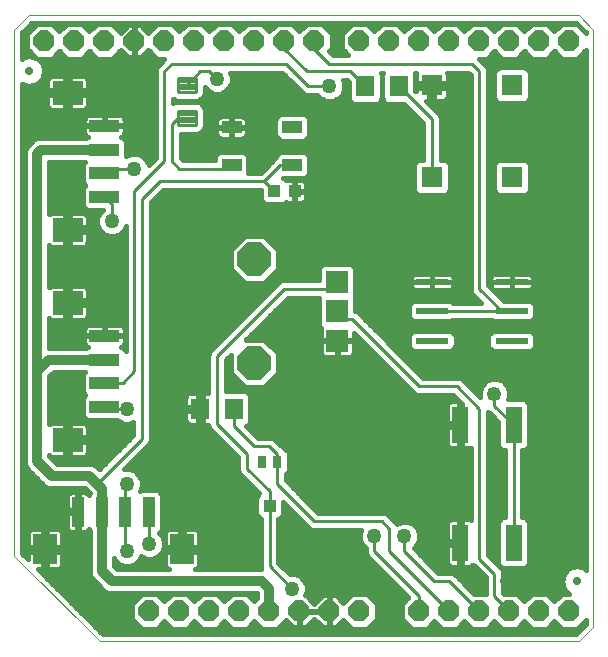
<source format=gtl>
G75*
%MOIN*%
%OFA0B0*%
%FSLAX25Y25*%
%IPPOS*%
%LPD*%
%AMOC8*
5,1,8,0,0,1.08239X$1,22.5*
%
%ADD10C,0.00004*%
%ADD11R,0.06299X0.07098*%
%ADD12R,0.05512X0.12205*%
%ADD13R,0.10827X0.01969*%
%ADD14R,0.07400X0.07400*%
%ADD15OC8,0.11024*%
%ADD16R,0.03937X0.09843*%
%ADD17R,0.07874X0.09843*%
%ADD18R,0.09843X0.03937*%
%ADD19R,0.09843X0.07874*%
%ADD20R,0.03150X0.04331*%
%ADD21R,0.03937X0.04331*%
%ADD22OC8,0.07000*%
%ADD23R,0.06500X0.03937*%
%ADD24R,0.04331X0.03937*%
%ADD25R,0.07087X0.07087*%
%ADD26C,0.01142*%
%ADD27C,0.02756*%
%ADD28C,0.01000*%
%ADD29C,0.01600*%
%ADD30C,0.05000*%
%ADD31C,0.07600*%
%ADD32C,0.05906*%
%ADD33C,0.04921*%
%ADD34C,0.03200*%
D10*
X0008874Y0037220D02*
X0037220Y0008874D01*
X0197063Y0008874D01*
X0201787Y0013598D01*
X0201787Y0212811D01*
X0197063Y0217535D01*
X0013598Y0217535D01*
X0008874Y0212811D01*
X0008874Y0037220D01*
D11*
X0070776Y0086374D03*
X0081972Y0086374D03*
X0125776Y0193874D03*
X0136972Y0193874D03*
D12*
X0157516Y0081059D03*
X0175232Y0081059D03*
X0175232Y0041689D03*
X0157516Y0041689D03*
D13*
X0148087Y0109031D03*
X0148087Y0118874D03*
X0148087Y0128717D03*
X0174661Y0128717D03*
X0174661Y0118874D03*
X0174661Y0109031D03*
D14*
X0116433Y0109031D03*
X0116433Y0118874D03*
X0116433Y0128717D03*
D15*
X0088874Y0136197D03*
X0088874Y0101551D03*
D16*
X0053685Y0051874D03*
X0045811Y0051874D03*
X0037937Y0051874D03*
X0030063Y0051874D03*
D17*
X0019039Y0039579D03*
X0064709Y0039579D03*
D18*
X0038874Y0087063D03*
X0038874Y0094937D03*
X0038874Y0102811D03*
X0038874Y0110685D03*
X0038874Y0157063D03*
X0038874Y0164937D03*
X0038874Y0172811D03*
X0038874Y0180685D03*
D19*
X0026579Y0191709D03*
X0026579Y0146039D03*
X0026579Y0121709D03*
X0026579Y0076039D03*
D20*
X0091315Y0068736D03*
X0096433Y0068736D03*
D21*
X0093913Y0054051D03*
D22*
X0093874Y0018874D03*
X0083874Y0018874D03*
X0073874Y0018874D03*
X0063874Y0018874D03*
X0053874Y0018874D03*
X0103874Y0018874D03*
X0113874Y0018874D03*
X0123874Y0018874D03*
X0143874Y0018874D03*
X0153874Y0018874D03*
X0163874Y0018874D03*
X0173874Y0018874D03*
X0183874Y0018874D03*
X0193874Y0018874D03*
X0193874Y0208874D03*
X0183874Y0208874D03*
X0173874Y0208874D03*
X0163874Y0208874D03*
X0153874Y0208874D03*
X0143874Y0208874D03*
X0133874Y0208874D03*
X0123874Y0208874D03*
X0108874Y0208874D03*
X0098874Y0208874D03*
X0088874Y0208874D03*
X0078874Y0208874D03*
X0068874Y0208874D03*
X0058874Y0208874D03*
X0048874Y0208874D03*
X0038874Y0208874D03*
X0028874Y0208874D03*
X0018874Y0208874D03*
D23*
X0081228Y0180173D03*
X0081228Y0167575D03*
X0101520Y0167575D03*
X0101520Y0180173D03*
D24*
X0102220Y0158874D03*
X0095528Y0158874D03*
D25*
X0147988Y0163520D03*
X0174760Y0163520D03*
X0174760Y0194228D03*
X0147988Y0194228D03*
D26*
X0069346Y0192103D02*
X0063402Y0192103D01*
X0063402Y0196669D01*
X0069346Y0196669D01*
X0069346Y0192103D01*
X0069346Y0193244D02*
X0063402Y0193244D01*
X0063402Y0194385D02*
X0069346Y0194385D01*
X0069346Y0195526D02*
X0063402Y0195526D01*
X0063402Y0196667D02*
X0069346Y0196667D01*
X0069346Y0181079D02*
X0063402Y0181079D01*
X0063402Y0185645D01*
X0069346Y0185645D01*
X0069346Y0181079D01*
X0069346Y0182220D02*
X0063402Y0182220D01*
X0063402Y0183361D02*
X0069346Y0183361D01*
X0069346Y0184502D02*
X0063402Y0184502D01*
X0063402Y0185643D02*
X0069346Y0185643D01*
D27*
X0013874Y0198874D03*
X0196374Y0028874D03*
D28*
X0175232Y0041689D02*
X0175232Y0081059D01*
X0168874Y0087417D01*
X0168874Y0091374D01*
X0163874Y0086374D02*
X0156374Y0093874D01*
X0143874Y0093874D01*
X0121374Y0116374D01*
X0118933Y0116374D01*
X0116433Y0118874D01*
X0114091Y0126374D02*
X0098874Y0126374D01*
X0076374Y0103874D01*
X0076374Y0081374D01*
X0086374Y0071374D01*
X0086374Y0066374D01*
X0093913Y0058835D01*
X0093913Y0054051D01*
X0093913Y0033835D01*
X0101374Y0026374D01*
X0108874Y0048874D02*
X0131374Y0048874D01*
X0133874Y0046374D01*
X0133874Y0038874D01*
X0153874Y0018874D01*
X0153874Y0028874D02*
X0148874Y0028874D01*
X0138874Y0038874D01*
X0138874Y0043874D01*
X0128874Y0043874D02*
X0128874Y0038874D01*
X0143874Y0023874D01*
X0143874Y0018874D01*
X0153874Y0028874D02*
X0163874Y0018874D01*
X0168874Y0023874D02*
X0173874Y0018874D01*
X0168874Y0023874D02*
X0168874Y0031374D01*
X0163874Y0036374D01*
X0163874Y0086374D01*
X0171374Y0118874D02*
X0163874Y0126374D01*
X0163874Y0198874D01*
X0161374Y0201374D01*
X0113874Y0201374D01*
X0108874Y0206374D01*
X0108874Y0208874D01*
X0099374Y0201374D02*
X0061374Y0201374D01*
X0058874Y0198874D01*
X0058874Y0168874D01*
X0048874Y0158874D01*
X0048874Y0098874D01*
X0044937Y0094937D01*
X0038874Y0094937D01*
X0038874Y0087063D02*
X0038185Y0086374D01*
X0046374Y0086374D01*
X0051374Y0076374D02*
X0036374Y0061374D01*
X0045811Y0060811D02*
X0045811Y0051874D01*
X0045811Y0039437D01*
X0046374Y0038874D01*
X0053874Y0041374D02*
X0053874Y0052063D01*
X0053685Y0051874D01*
X0045811Y0060811D02*
X0046374Y0061374D01*
X0038874Y0073874D02*
X0036039Y0076039D01*
X0026579Y0076039D01*
X0019374Y0056874D02*
X0018874Y0056374D01*
X0019039Y0051209D01*
X0019039Y0039579D01*
X0030063Y0051874D02*
X0019374Y0056874D01*
X0051374Y0076374D02*
X0051374Y0156374D01*
X0057220Y0162220D01*
X0092181Y0162220D01*
X0097535Y0167575D01*
X0101520Y0167575D01*
X0095528Y0158874D02*
X0092181Y0162220D01*
X0081228Y0167575D02*
X0080028Y0166374D01*
X0063874Y0166374D01*
X0061374Y0168874D01*
X0061374Y0181374D01*
X0063362Y0183362D01*
X0066374Y0183362D01*
X0066374Y0194386D02*
X0070862Y0198874D01*
X0073874Y0198874D01*
X0076374Y0196374D01*
X0098874Y0206374D02*
X0098874Y0208874D01*
X0098874Y0206374D02*
X0106374Y0198874D01*
X0120776Y0198874D01*
X0125776Y0193874D01*
X0113874Y0193874D02*
X0106874Y0193874D01*
X0099374Y0201374D01*
X0136972Y0193874D02*
X0147988Y0182858D01*
X0147988Y0163520D01*
X0146728Y0163520D01*
X0116433Y0128717D02*
X0114091Y0126374D01*
X0148087Y0118874D02*
X0174661Y0118874D01*
X0171374Y0118874D01*
X0108874Y0048874D02*
X0096433Y0061315D01*
X0096433Y0068736D01*
X0096433Y0071315D01*
X0093874Y0073874D01*
X0088874Y0073874D01*
X0081972Y0080776D01*
X0081972Y0086374D01*
X0081972Y0083276D01*
X0033874Y0133874D02*
X0026579Y0126579D01*
X0026579Y0121709D01*
X0033874Y0133874D02*
X0026579Y0141169D01*
X0026579Y0146039D01*
X0038874Y0157063D02*
X0041374Y0154563D01*
X0041374Y0148874D01*
X0038874Y0164937D02*
X0040311Y0166374D01*
X0048874Y0166374D01*
X0040311Y0171374D02*
X0038874Y0172811D01*
D29*
X0024632Y0024859D02*
X0089732Y0024859D01*
X0089717Y0024874D02*
X0089874Y0024717D01*
X0089874Y0023218D01*
X0088874Y0022218D01*
X0086318Y0024774D01*
X0081430Y0024774D01*
X0078874Y0022218D01*
X0076318Y0024774D01*
X0071430Y0024774D01*
X0068874Y0022218D01*
X0066318Y0024774D01*
X0061430Y0024774D01*
X0058874Y0022218D01*
X0056318Y0024774D01*
X0051430Y0024774D01*
X0047974Y0021318D01*
X0047974Y0016430D01*
X0051430Y0012974D01*
X0056318Y0012974D01*
X0058874Y0015530D01*
X0061430Y0012974D01*
X0066318Y0012974D01*
X0068874Y0015530D01*
X0071430Y0012974D01*
X0076318Y0012974D01*
X0078874Y0015530D01*
X0081430Y0012974D01*
X0086318Y0012974D01*
X0088874Y0015530D01*
X0091430Y0012974D01*
X0096318Y0012974D01*
X0099309Y0015966D01*
X0101685Y0013590D01*
X0103674Y0013590D01*
X0103674Y0018674D01*
X0104074Y0018674D01*
X0104074Y0013590D01*
X0106063Y0013590D01*
X0108874Y0016401D01*
X0111685Y0013590D01*
X0113674Y0013590D01*
X0113674Y0018674D01*
X0114074Y0018674D01*
X0114074Y0013590D01*
X0116063Y0013590D01*
X0118439Y0015966D01*
X0121430Y0012974D01*
X0126318Y0012974D01*
X0129774Y0016430D01*
X0129774Y0021318D01*
X0126318Y0024774D01*
X0121430Y0024774D01*
X0118439Y0021782D01*
X0116063Y0024158D01*
X0114074Y0024158D01*
X0114074Y0019074D01*
X0113674Y0019074D01*
X0113674Y0018674D01*
X0108590Y0018674D01*
X0104074Y0018674D01*
X0104074Y0019074D01*
X0113674Y0019074D01*
X0113674Y0024158D01*
X0111685Y0024158D01*
X0108874Y0021347D01*
X0106063Y0024158D01*
X0105760Y0024158D01*
X0106274Y0025399D01*
X0106274Y0027349D01*
X0105528Y0029150D01*
X0104150Y0030528D01*
X0102349Y0031274D01*
X0100575Y0031274D01*
X0096813Y0035036D01*
X0096813Y0049674D01*
X0097241Y0049851D01*
X0097916Y0050526D01*
X0098282Y0051408D01*
X0098282Y0055365D01*
X0106416Y0047231D01*
X0107231Y0046416D01*
X0108297Y0045974D01*
X0124440Y0045974D01*
X0123974Y0044849D01*
X0123974Y0042899D01*
X0124720Y0041098D01*
X0125974Y0039844D01*
X0125974Y0038297D01*
X0126416Y0037231D01*
X0127231Y0036416D01*
X0140151Y0023495D01*
X0137974Y0021318D01*
X0137974Y0016430D01*
X0141430Y0012974D01*
X0146318Y0012974D01*
X0148874Y0015530D01*
X0151430Y0012974D01*
X0156318Y0012974D01*
X0158874Y0015530D01*
X0161430Y0012974D01*
X0166318Y0012974D01*
X0168874Y0015530D01*
X0171430Y0012974D01*
X0176318Y0012974D01*
X0178874Y0015530D01*
X0181430Y0012974D01*
X0186318Y0012974D01*
X0188874Y0015530D01*
X0191430Y0012974D01*
X0196318Y0012974D01*
X0199385Y0016042D01*
X0199385Y0014593D01*
X0196068Y0011276D01*
X0038215Y0011276D01*
X0016618Y0032873D01*
X0018239Y0032873D01*
X0018239Y0038779D01*
X0013318Y0038779D01*
X0013318Y0036173D01*
X0011276Y0038215D01*
X0011276Y0194625D01*
X0011368Y0194533D01*
X0013874Y0193862D01*
X0016380Y0194533D01*
X0018215Y0196368D01*
X0018886Y0198874D01*
X0018215Y0201380D01*
X0016621Y0202974D01*
X0021318Y0202974D01*
X0023874Y0205530D01*
X0026430Y0202974D01*
X0031318Y0202974D01*
X0033874Y0205530D01*
X0036430Y0202974D01*
X0041318Y0202974D01*
X0044309Y0205966D01*
X0046685Y0203590D01*
X0048674Y0203590D01*
X0048674Y0208674D01*
X0049074Y0208674D01*
X0049074Y0203590D01*
X0051063Y0203590D01*
X0053439Y0205966D01*
X0056430Y0202974D01*
X0058873Y0202974D01*
X0057231Y0201333D01*
X0056416Y0200517D01*
X0055974Y0199451D01*
X0055974Y0170075D01*
X0053620Y0167721D01*
X0053028Y0169150D01*
X0051650Y0170528D01*
X0049849Y0171274D01*
X0047899Y0171274D01*
X0046195Y0170568D01*
X0046195Y0175257D01*
X0045830Y0176139D01*
X0045155Y0176814D01*
X0044522Y0177076D01*
X0044891Y0177289D01*
X0045223Y0177621D01*
X0045458Y0178028D01*
X0045580Y0178482D01*
X0045580Y0180501D01*
X0039058Y0180501D01*
X0039058Y0180869D01*
X0045580Y0180869D01*
X0045580Y0182888D01*
X0045458Y0183342D01*
X0045223Y0183749D01*
X0044891Y0184081D01*
X0044484Y0184316D01*
X0044030Y0184438D01*
X0039058Y0184438D01*
X0039058Y0180869D01*
X0038690Y0180869D01*
X0038690Y0180501D01*
X0032169Y0180501D01*
X0032169Y0178482D01*
X0032290Y0178028D01*
X0032525Y0177621D01*
X0032857Y0177289D01*
X0033226Y0177076D01*
X0032593Y0176814D01*
X0032590Y0176811D01*
X0017015Y0176811D01*
X0015545Y0176202D01*
X0014108Y0174765D01*
X0012983Y0173640D01*
X0012374Y0172170D01*
X0012374Y0068078D01*
X0012983Y0066608D01*
X0014108Y0065483D01*
X0019108Y0060483D01*
X0020578Y0059874D01*
X0032217Y0059874D01*
X0033935Y0058156D01*
X0033934Y0058155D01*
X0033672Y0057522D01*
X0033459Y0057891D01*
X0033127Y0058223D01*
X0032720Y0058458D01*
X0032266Y0058580D01*
X0030247Y0058580D01*
X0030247Y0052058D01*
X0029879Y0052058D01*
X0029879Y0051690D01*
X0030247Y0051690D01*
X0030247Y0045169D01*
X0032266Y0045169D01*
X0032720Y0045290D01*
X0033127Y0045525D01*
X0033459Y0045857D01*
X0033672Y0046226D01*
X0033934Y0045593D01*
X0033937Y0045590D01*
X0033937Y0031515D01*
X0034546Y0030045D01*
X0035671Y0028920D01*
X0039108Y0025483D01*
X0040578Y0024874D01*
X0089717Y0024874D01*
X0089874Y0023261D02*
X0087831Y0023261D01*
X0079917Y0023261D02*
X0077831Y0023261D01*
X0069917Y0023261D02*
X0067831Y0023261D01*
X0059917Y0023261D02*
X0057831Y0023261D01*
X0049917Y0023261D02*
X0026231Y0023261D01*
X0027829Y0021662D02*
X0048318Y0021662D01*
X0047974Y0020064D02*
X0029428Y0020064D01*
X0031026Y0018465D02*
X0047974Y0018465D01*
X0047974Y0016867D02*
X0032625Y0016867D01*
X0034223Y0015268D02*
X0049136Y0015268D01*
X0050735Y0013670D02*
X0035822Y0013670D01*
X0037420Y0012071D02*
X0196863Y0012071D01*
X0197013Y0013670D02*
X0198462Y0013670D01*
X0198612Y0015268D02*
X0199385Y0015268D01*
X0190735Y0013670D02*
X0187013Y0013670D01*
X0188612Y0015268D02*
X0189136Y0015268D01*
X0188874Y0022218D02*
X0186318Y0024774D01*
X0181430Y0024774D01*
X0178874Y0022218D01*
X0176318Y0024774D01*
X0172075Y0024774D01*
X0171774Y0025075D01*
X0171774Y0031951D01*
X0171333Y0033017D01*
X0170517Y0033833D01*
X0166774Y0037575D01*
X0166774Y0085416D01*
X0167231Y0084959D01*
X0170076Y0082114D01*
X0170076Y0074479D01*
X0170442Y0073597D01*
X0171117Y0072922D01*
X0171999Y0072557D01*
X0172332Y0072557D01*
X0172332Y0050191D01*
X0171999Y0050191D01*
X0171117Y0049826D01*
X0170442Y0049151D01*
X0170076Y0048269D01*
X0170076Y0035109D01*
X0170442Y0034227D01*
X0171117Y0033552D01*
X0171999Y0033187D01*
X0178466Y0033187D01*
X0179348Y0033552D01*
X0180023Y0034227D01*
X0180388Y0035109D01*
X0180388Y0048269D01*
X0180023Y0049151D01*
X0179348Y0049826D01*
X0178466Y0050191D01*
X0178132Y0050191D01*
X0178132Y0072557D01*
X0178466Y0072557D01*
X0179348Y0072922D01*
X0180023Y0073597D01*
X0180388Y0074479D01*
X0180388Y0087639D01*
X0180023Y0088521D01*
X0179348Y0089196D01*
X0178466Y0089561D01*
X0173384Y0089561D01*
X0173735Y0090407D01*
X0173735Y0092341D01*
X0172995Y0094127D01*
X0171627Y0095495D01*
X0169841Y0096235D01*
X0167907Y0096235D01*
X0166121Y0095495D01*
X0164753Y0094127D01*
X0164013Y0092341D01*
X0164013Y0090407D01*
X0164064Y0090285D01*
X0158833Y0095517D01*
X0158017Y0096333D01*
X0156951Y0096774D01*
X0145075Y0096774D01*
X0123017Y0118833D01*
X0122533Y0119033D01*
X0122533Y0123051D01*
X0122225Y0123795D01*
X0122533Y0124539D01*
X0122533Y0132894D01*
X0122168Y0133776D01*
X0121493Y0134451D01*
X0120610Y0134817D01*
X0112256Y0134817D01*
X0111374Y0134451D01*
X0110698Y0133776D01*
X0110333Y0132894D01*
X0110333Y0129274D01*
X0098297Y0129274D01*
X0097231Y0128833D01*
X0074731Y0106333D01*
X0073916Y0105517D01*
X0073474Y0104451D01*
X0073474Y0091707D01*
X0071550Y0091707D01*
X0071550Y0087149D01*
X0070001Y0087149D01*
X0070001Y0091707D01*
X0067391Y0091707D01*
X0066937Y0091586D01*
X0066530Y0091351D01*
X0066198Y0091019D01*
X0065963Y0090612D01*
X0065842Y0090158D01*
X0065842Y0087149D01*
X0070001Y0087149D01*
X0070001Y0085599D01*
X0071550Y0085599D01*
X0071550Y0081041D01*
X0073474Y0081041D01*
X0073474Y0080797D01*
X0073916Y0079731D01*
X0083474Y0070173D01*
X0083474Y0065797D01*
X0083916Y0064731D01*
X0084731Y0063916D01*
X0090491Y0058156D01*
X0089910Y0057576D01*
X0089545Y0056694D01*
X0089545Y0051408D01*
X0089910Y0050526D01*
X0090585Y0049851D01*
X0091013Y0049674D01*
X0091013Y0033258D01*
X0091172Y0032874D01*
X0068883Y0032874D01*
X0069334Y0032995D01*
X0069741Y0033230D01*
X0070073Y0033562D01*
X0070308Y0033969D01*
X0070430Y0034423D01*
X0070430Y0038779D01*
X0065509Y0038779D01*
X0065509Y0040379D01*
X0070430Y0040379D01*
X0070430Y0044735D01*
X0070308Y0045189D01*
X0070073Y0045596D01*
X0069741Y0045928D01*
X0069334Y0046163D01*
X0068881Y0046284D01*
X0065509Y0046284D01*
X0065509Y0040379D01*
X0063909Y0040379D01*
X0063909Y0046284D01*
X0060537Y0046284D01*
X0060083Y0046163D01*
X0059676Y0045928D01*
X0059344Y0045596D01*
X0059109Y0045189D01*
X0058987Y0044735D01*
X0058987Y0040379D01*
X0063909Y0040379D01*
X0063909Y0038779D01*
X0058987Y0038779D01*
X0058987Y0034423D01*
X0059109Y0033969D01*
X0059344Y0033562D01*
X0059676Y0033230D01*
X0060083Y0032995D01*
X0060534Y0032874D01*
X0043031Y0032874D01*
X0041937Y0033968D01*
X0041937Y0036782D01*
X0042220Y0036098D01*
X0043598Y0034720D01*
X0045399Y0033974D01*
X0047349Y0033974D01*
X0049150Y0034720D01*
X0050528Y0036098D01*
X0051024Y0037295D01*
X0051098Y0037220D01*
X0052899Y0036474D01*
X0054849Y0036474D01*
X0056650Y0037220D01*
X0058028Y0038598D01*
X0058774Y0040399D01*
X0058774Y0042349D01*
X0058028Y0044150D01*
X0057136Y0045041D01*
X0057688Y0045593D01*
X0058054Y0046475D01*
X0058054Y0057273D01*
X0057688Y0058155D01*
X0057013Y0058830D01*
X0056131Y0059195D01*
X0051239Y0059195D01*
X0050679Y0058963D01*
X0051274Y0060399D01*
X0051274Y0062349D01*
X0050528Y0064150D01*
X0049150Y0065528D01*
X0047349Y0066274D01*
X0045399Y0066274D01*
X0045358Y0066257D01*
X0053017Y0073916D01*
X0053833Y0074731D01*
X0054274Y0075797D01*
X0054274Y0155173D01*
X0058422Y0159320D01*
X0090962Y0159320D01*
X0090962Y0156428D01*
X0091328Y0155546D01*
X0092003Y0154871D01*
X0092885Y0154506D01*
X0098170Y0154506D01*
X0099052Y0154871D01*
X0099412Y0155231D01*
X0099820Y0155121D01*
X0102036Y0155121D01*
X0102036Y0158690D01*
X0102405Y0158690D01*
X0102405Y0159058D01*
X0106170Y0159058D01*
X0106170Y0161077D01*
X0106048Y0161531D01*
X0105814Y0161938D01*
X0105481Y0162270D01*
X0105075Y0162505D01*
X0104621Y0162627D01*
X0102405Y0162627D01*
X0102405Y0159058D01*
X0102036Y0159058D01*
X0102036Y0162627D01*
X0099820Y0162627D01*
X0099412Y0162517D01*
X0099052Y0162877D01*
X0098258Y0163206D01*
X0105247Y0163206D01*
X0106129Y0163572D01*
X0106804Y0164247D01*
X0107170Y0165129D01*
X0107170Y0170021D01*
X0106804Y0170903D01*
X0106129Y0171578D01*
X0105247Y0171943D01*
X0097792Y0171943D01*
X0096910Y0171578D01*
X0096235Y0170903D01*
X0095870Y0170021D01*
X0095870Y0170010D01*
X0090980Y0165120D01*
X0086875Y0165120D01*
X0086878Y0165129D01*
X0086878Y0170021D01*
X0086513Y0170903D01*
X0085838Y0171578D01*
X0084956Y0171943D01*
X0077501Y0171943D01*
X0076619Y0171578D01*
X0075944Y0170903D01*
X0075578Y0170021D01*
X0075578Y0169274D01*
X0065075Y0169274D01*
X0064274Y0170075D01*
X0064274Y0178108D01*
X0069937Y0178108D01*
X0071029Y0178560D01*
X0071865Y0179396D01*
X0072317Y0180488D01*
X0072317Y0186237D01*
X0071865Y0187329D01*
X0071029Y0188164D01*
X0069937Y0188617D01*
X0062811Y0188617D01*
X0061774Y0188187D01*
X0061774Y0189561D01*
X0062811Y0189131D01*
X0069937Y0189131D01*
X0071029Y0189584D01*
X0071865Y0190420D01*
X0072317Y0191511D01*
X0072317Y0193501D01*
X0073598Y0192220D01*
X0075399Y0191474D01*
X0077349Y0191474D01*
X0079150Y0192220D01*
X0080528Y0193598D01*
X0081274Y0195399D01*
X0081274Y0197349D01*
X0080808Y0198474D01*
X0098173Y0198474D01*
X0104416Y0192231D01*
X0105231Y0191416D01*
X0106297Y0190974D01*
X0109844Y0190974D01*
X0111098Y0189720D01*
X0112899Y0188974D01*
X0114849Y0188974D01*
X0116650Y0189720D01*
X0118028Y0191098D01*
X0118774Y0192899D01*
X0118774Y0194849D01*
X0118308Y0195974D01*
X0119574Y0195974D01*
X0120226Y0195322D01*
X0120226Y0189847D01*
X0120591Y0188965D01*
X0121266Y0188290D01*
X0122149Y0187925D01*
X0129403Y0187925D01*
X0130285Y0188290D01*
X0130960Y0188965D01*
X0131325Y0189847D01*
X0131325Y0197901D01*
X0131088Y0198474D01*
X0131660Y0198474D01*
X0131423Y0197901D01*
X0131423Y0189847D01*
X0131788Y0188965D01*
X0132463Y0188290D01*
X0133345Y0187925D01*
X0138820Y0187925D01*
X0145088Y0181657D01*
X0145088Y0169463D01*
X0143967Y0169463D01*
X0143085Y0169098D01*
X0142410Y0168422D01*
X0142045Y0167540D01*
X0142045Y0159499D01*
X0142410Y0158617D01*
X0143085Y0157942D01*
X0143967Y0157576D01*
X0152009Y0157576D01*
X0152891Y0157942D01*
X0153566Y0158617D01*
X0153931Y0159499D01*
X0153931Y0167540D01*
X0153566Y0168422D01*
X0152891Y0169098D01*
X0152009Y0169463D01*
X0150888Y0169463D01*
X0150888Y0183435D01*
X0150447Y0184501D01*
X0149631Y0185317D01*
X0146047Y0188901D01*
X0147188Y0188901D01*
X0147188Y0193428D01*
X0148788Y0193428D01*
X0148788Y0188901D01*
X0151766Y0188901D01*
X0152220Y0189022D01*
X0152627Y0189257D01*
X0152959Y0189589D01*
X0153194Y0189996D01*
X0153316Y0190450D01*
X0153316Y0193428D01*
X0148788Y0193428D01*
X0148788Y0195028D01*
X0153316Y0195028D01*
X0153316Y0198007D01*
X0153194Y0198460D01*
X0153186Y0198474D01*
X0160173Y0198474D01*
X0160974Y0197673D01*
X0160974Y0125797D01*
X0161416Y0124731D01*
X0164373Y0121774D01*
X0154978Y0121774D01*
X0154859Y0121893D01*
X0153977Y0122258D01*
X0142196Y0122258D01*
X0141314Y0121893D01*
X0140639Y0121218D01*
X0140273Y0120336D01*
X0140273Y0117412D01*
X0140639Y0116530D01*
X0141314Y0115855D01*
X0142196Y0115490D01*
X0153977Y0115490D01*
X0154859Y0115855D01*
X0154978Y0115974D01*
X0167770Y0115974D01*
X0167889Y0115855D01*
X0168771Y0115490D01*
X0180552Y0115490D01*
X0181434Y0115855D01*
X0182109Y0116530D01*
X0182475Y0117412D01*
X0182475Y0120336D01*
X0182109Y0121218D01*
X0181434Y0121893D01*
X0180552Y0122258D01*
X0172091Y0122258D01*
X0166774Y0127575D01*
X0166774Y0199451D01*
X0166333Y0200517D01*
X0165517Y0201333D01*
X0163875Y0202974D01*
X0166318Y0202974D01*
X0168874Y0205530D01*
X0171430Y0202974D01*
X0176318Y0202974D01*
X0178874Y0205530D01*
X0181430Y0202974D01*
X0186318Y0202974D01*
X0188874Y0205530D01*
X0191430Y0202974D01*
X0196318Y0202974D01*
X0199385Y0206042D01*
X0199385Y0032709D01*
X0198880Y0033215D01*
X0196374Y0033886D01*
X0193868Y0033215D01*
X0192033Y0031380D01*
X0191362Y0028874D01*
X0192033Y0026368D01*
X0193627Y0024774D01*
X0191430Y0024774D01*
X0188874Y0022218D01*
X0187831Y0023261D02*
X0189917Y0023261D01*
X0192009Y0026458D02*
X0171774Y0026458D01*
X0171774Y0028056D02*
X0191581Y0028056D01*
X0191571Y0029655D02*
X0171774Y0029655D01*
X0171774Y0031253D02*
X0191999Y0031253D01*
X0193505Y0032852D02*
X0171401Y0032852D01*
X0170349Y0034450D02*
X0169899Y0034450D01*
X0170076Y0036049D02*
X0168301Y0036049D01*
X0166774Y0037647D02*
X0170076Y0037647D01*
X0170076Y0039246D02*
X0166774Y0039246D01*
X0166774Y0040844D02*
X0170076Y0040844D01*
X0170076Y0042443D02*
X0166774Y0042443D01*
X0166774Y0044041D02*
X0170076Y0044041D01*
X0170076Y0045640D02*
X0166774Y0045640D01*
X0166774Y0047238D02*
X0170076Y0047238D01*
X0170312Y0048837D02*
X0166774Y0048837D01*
X0166774Y0050435D02*
X0172332Y0050435D01*
X0172332Y0052034D02*
X0166774Y0052034D01*
X0166774Y0053632D02*
X0172332Y0053632D01*
X0172332Y0055231D02*
X0166774Y0055231D01*
X0166774Y0056829D02*
X0172332Y0056829D01*
X0172332Y0058428D02*
X0166774Y0058428D01*
X0166774Y0060026D02*
X0172332Y0060026D01*
X0172332Y0061625D02*
X0166774Y0061625D01*
X0166774Y0063223D02*
X0172332Y0063223D01*
X0172332Y0064822D02*
X0166774Y0064822D01*
X0166774Y0066420D02*
X0172332Y0066420D01*
X0172332Y0068019D02*
X0166774Y0068019D01*
X0166774Y0069617D02*
X0172332Y0069617D01*
X0172332Y0071216D02*
X0166774Y0071216D01*
X0166774Y0072814D02*
X0171377Y0072814D01*
X0170104Y0074413D02*
X0166774Y0074413D01*
X0166774Y0076011D02*
X0170076Y0076011D01*
X0170076Y0077610D02*
X0166774Y0077610D01*
X0166774Y0079209D02*
X0170076Y0079209D01*
X0170076Y0080807D02*
X0166774Y0080807D01*
X0166774Y0082406D02*
X0169785Y0082406D01*
X0168186Y0084004D02*
X0166774Y0084004D01*
X0164017Y0090398D02*
X0163951Y0090398D01*
X0164013Y0091997D02*
X0162353Y0091997D01*
X0160754Y0093595D02*
X0164533Y0093595D01*
X0165820Y0095194D02*
X0159156Y0095194D01*
X0155173Y0090974D02*
X0158094Y0088053D01*
X0158094Y0081637D01*
X0156938Y0081637D01*
X0156938Y0088946D01*
X0154525Y0088946D01*
X0154071Y0088824D01*
X0153664Y0088589D01*
X0153332Y0088257D01*
X0153097Y0087850D01*
X0152976Y0087396D01*
X0152976Y0081637D01*
X0156938Y0081637D01*
X0156938Y0080481D01*
X0158094Y0080481D01*
X0158094Y0073172D01*
X0160507Y0073172D01*
X0160960Y0073294D01*
X0160974Y0073302D01*
X0160974Y0049446D01*
X0160960Y0049454D01*
X0160507Y0049576D01*
X0158094Y0049576D01*
X0158094Y0042267D01*
X0156938Y0042267D01*
X0156938Y0049576D01*
X0154525Y0049576D01*
X0154071Y0049454D01*
X0153664Y0049219D01*
X0153332Y0048887D01*
X0153097Y0048480D01*
X0152976Y0048026D01*
X0152976Y0042267D01*
X0156938Y0042267D01*
X0156938Y0041111D01*
X0158094Y0041111D01*
X0158094Y0033802D01*
X0160507Y0033802D01*
X0160960Y0033924D01*
X0161367Y0034159D01*
X0161678Y0034469D01*
X0162231Y0033916D01*
X0165974Y0030173D01*
X0165974Y0024774D01*
X0162075Y0024774D01*
X0156333Y0030517D01*
X0155517Y0031333D01*
X0154451Y0031774D01*
X0150075Y0031774D01*
X0141889Y0039960D01*
X0143028Y0041098D01*
X0143774Y0042899D01*
X0143774Y0044849D01*
X0143028Y0046650D01*
X0141650Y0048028D01*
X0139849Y0048774D01*
X0137899Y0048774D01*
X0136256Y0048093D01*
X0135517Y0048833D01*
X0133017Y0051333D01*
X0131951Y0051774D01*
X0110075Y0051774D01*
X0099333Y0062516D01*
X0099333Y0064522D01*
X0099367Y0064536D01*
X0100042Y0065211D01*
X0100408Y0066093D01*
X0100408Y0071379D01*
X0100042Y0072261D01*
X0099367Y0072936D01*
X0098592Y0073257D01*
X0095517Y0076333D01*
X0094451Y0076774D01*
X0090075Y0076774D01*
X0086183Y0080666D01*
X0086482Y0080790D01*
X0087157Y0081465D01*
X0087522Y0082347D01*
X0087522Y0090401D01*
X0087157Y0091283D01*
X0086482Y0091958D01*
X0085599Y0092323D01*
X0079274Y0092323D01*
X0079274Y0102673D01*
X0080962Y0104361D01*
X0080962Y0098274D01*
X0085597Y0093639D01*
X0092151Y0093639D01*
X0096786Y0098274D01*
X0096786Y0104828D01*
X0092151Y0109463D01*
X0086064Y0109463D01*
X0100075Y0123474D01*
X0110508Y0123474D01*
X0110333Y0123051D01*
X0110333Y0114697D01*
X0110698Y0113815D01*
X0111079Y0113434D01*
X0111070Y0113420D01*
X0110949Y0112966D01*
X0110949Y0109216D01*
X0116249Y0109216D01*
X0116249Y0108847D01*
X0116617Y0108847D01*
X0116617Y0103547D01*
X0120368Y0103547D01*
X0120822Y0103669D01*
X0121229Y0103904D01*
X0121561Y0104236D01*
X0121796Y0104643D01*
X0121917Y0105097D01*
X0121917Y0108847D01*
X0116617Y0108847D01*
X0116617Y0109216D01*
X0121917Y0109216D01*
X0121917Y0111730D01*
X0142231Y0091416D01*
X0143297Y0090974D01*
X0155173Y0090974D01*
X0155749Y0090398D02*
X0087522Y0090398D01*
X0087522Y0088800D02*
X0154029Y0088800D01*
X0152976Y0087201D02*
X0087522Y0087201D01*
X0087522Y0085603D02*
X0152976Y0085603D01*
X0152976Y0084004D02*
X0087522Y0084004D01*
X0087522Y0082406D02*
X0152976Y0082406D01*
X0152976Y0080481D02*
X0152976Y0074722D01*
X0153097Y0074268D01*
X0153332Y0073861D01*
X0153664Y0073529D01*
X0154071Y0073294D01*
X0154525Y0073172D01*
X0156938Y0073172D01*
X0156938Y0080481D01*
X0152976Y0080481D01*
X0152976Y0079209D02*
X0087641Y0079209D01*
X0086498Y0080807D02*
X0156938Y0080807D01*
X0156938Y0079209D02*
X0158094Y0079209D01*
X0158094Y0077610D02*
X0156938Y0077610D01*
X0156938Y0076011D02*
X0158094Y0076011D01*
X0158094Y0074413D02*
X0156938Y0074413D01*
X0153058Y0074413D02*
X0097436Y0074413D01*
X0095838Y0076011D02*
X0152976Y0076011D01*
X0152976Y0077610D02*
X0089239Y0077610D01*
X0082431Y0071216D02*
X0050317Y0071216D01*
X0048719Y0069617D02*
X0083474Y0069617D01*
X0083474Y0068019D02*
X0047120Y0068019D01*
X0045522Y0066420D02*
X0083474Y0066420D01*
X0083878Y0064822D02*
X0049856Y0064822D01*
X0050912Y0063223D02*
X0085423Y0063223D01*
X0087022Y0061625D02*
X0051274Y0061625D01*
X0051120Y0060026D02*
X0088620Y0060026D01*
X0090219Y0058428D02*
X0057415Y0058428D01*
X0058054Y0056829D02*
X0089601Y0056829D01*
X0089545Y0055231D02*
X0058054Y0055231D01*
X0058054Y0053632D02*
X0089545Y0053632D01*
X0089545Y0052034D02*
X0058054Y0052034D01*
X0058054Y0050435D02*
X0090001Y0050435D01*
X0091013Y0048837D02*
X0058054Y0048837D01*
X0058054Y0047238D02*
X0091013Y0047238D01*
X0091013Y0045640D02*
X0070029Y0045640D01*
X0070430Y0044041D02*
X0091013Y0044041D01*
X0091013Y0042443D02*
X0070430Y0042443D01*
X0070430Y0040844D02*
X0091013Y0040844D01*
X0091013Y0039246D02*
X0065509Y0039246D01*
X0065509Y0040844D02*
X0063909Y0040844D01*
X0063909Y0039246D02*
X0058296Y0039246D01*
X0058774Y0040844D02*
X0058987Y0040844D01*
X0058987Y0042443D02*
X0058735Y0042443D01*
X0058987Y0044041D02*
X0058073Y0044041D01*
X0057707Y0045640D02*
X0059388Y0045640D01*
X0063909Y0045640D02*
X0065509Y0045640D01*
X0065509Y0044041D02*
X0063909Y0044041D01*
X0063909Y0042443D02*
X0065509Y0042443D01*
X0070430Y0037647D02*
X0091013Y0037647D01*
X0091013Y0036049D02*
X0070430Y0036049D01*
X0070430Y0034450D02*
X0091013Y0034450D01*
X0096813Y0036049D02*
X0127598Y0036049D01*
X0126243Y0037647D02*
X0096813Y0037647D01*
X0096813Y0039246D02*
X0125974Y0039246D01*
X0124974Y0040844D02*
X0096813Y0040844D01*
X0096813Y0042443D02*
X0124163Y0042443D01*
X0123974Y0044041D02*
X0096813Y0044041D01*
X0096813Y0045640D02*
X0124302Y0045640D01*
X0133914Y0050435D02*
X0160974Y0050435D01*
X0160974Y0052034D02*
X0109815Y0052034D01*
X0108217Y0053632D02*
X0160974Y0053632D01*
X0160974Y0055231D02*
X0106618Y0055231D01*
X0105020Y0056829D02*
X0160974Y0056829D01*
X0160974Y0058428D02*
X0103421Y0058428D01*
X0101823Y0060026D02*
X0160974Y0060026D01*
X0160974Y0061625D02*
X0100224Y0061625D01*
X0099333Y0063223D02*
X0160974Y0063223D01*
X0160974Y0064822D02*
X0099653Y0064822D01*
X0100408Y0066420D02*
X0160974Y0066420D01*
X0160974Y0068019D02*
X0100408Y0068019D01*
X0100408Y0069617D02*
X0160974Y0069617D01*
X0160974Y0071216D02*
X0100408Y0071216D01*
X0099489Y0072814D02*
X0160974Y0072814D01*
X0158094Y0082406D02*
X0156938Y0082406D01*
X0156938Y0084004D02*
X0158094Y0084004D01*
X0158094Y0085603D02*
X0156938Y0085603D01*
X0156938Y0087201D02*
X0158094Y0087201D01*
X0157347Y0088800D02*
X0156938Y0088800D01*
X0145057Y0096792D02*
X0199385Y0096792D01*
X0199385Y0095194D02*
X0171928Y0095194D01*
X0173215Y0093595D02*
X0199385Y0093595D01*
X0199385Y0091997D02*
X0173735Y0091997D01*
X0173731Y0090398D02*
X0199385Y0090398D01*
X0199385Y0088800D02*
X0179744Y0088800D01*
X0180388Y0087201D02*
X0199385Y0087201D01*
X0199385Y0085603D02*
X0180388Y0085603D01*
X0180388Y0084004D02*
X0199385Y0084004D01*
X0199385Y0082406D02*
X0180388Y0082406D01*
X0180388Y0080807D02*
X0199385Y0080807D01*
X0199385Y0079209D02*
X0180388Y0079209D01*
X0180388Y0077610D02*
X0199385Y0077610D01*
X0199385Y0076011D02*
X0180388Y0076011D01*
X0180361Y0074413D02*
X0199385Y0074413D01*
X0199385Y0072814D02*
X0179088Y0072814D01*
X0178132Y0071216D02*
X0199385Y0071216D01*
X0199385Y0069617D02*
X0178132Y0069617D01*
X0178132Y0068019D02*
X0199385Y0068019D01*
X0199385Y0066420D02*
X0178132Y0066420D01*
X0178132Y0064822D02*
X0199385Y0064822D01*
X0199385Y0063223D02*
X0178132Y0063223D01*
X0178132Y0061625D02*
X0199385Y0061625D01*
X0199385Y0060026D02*
X0178132Y0060026D01*
X0178132Y0058428D02*
X0199385Y0058428D01*
X0199385Y0056829D02*
X0178132Y0056829D01*
X0178132Y0055231D02*
X0199385Y0055231D01*
X0199385Y0053632D02*
X0178132Y0053632D01*
X0178132Y0052034D02*
X0199385Y0052034D01*
X0199385Y0050435D02*
X0178132Y0050435D01*
X0180153Y0048837D02*
X0199385Y0048837D01*
X0199385Y0047238D02*
X0180388Y0047238D01*
X0180388Y0045640D02*
X0199385Y0045640D01*
X0199385Y0044041D02*
X0180388Y0044041D01*
X0180388Y0042443D02*
X0199385Y0042443D01*
X0199385Y0040844D02*
X0180388Y0040844D01*
X0180388Y0039246D02*
X0199385Y0039246D01*
X0199385Y0037647D02*
X0180388Y0037647D01*
X0180388Y0036049D02*
X0199385Y0036049D01*
X0199385Y0034450D02*
X0180115Y0034450D01*
X0179917Y0023261D02*
X0177831Y0023261D01*
X0171990Y0024859D02*
X0193542Y0024859D01*
X0199243Y0032852D02*
X0199385Y0032852D01*
X0180735Y0013670D02*
X0177013Y0013670D01*
X0178612Y0015268D02*
X0179136Y0015268D01*
X0170735Y0013670D02*
X0167013Y0013670D01*
X0168612Y0015268D02*
X0169136Y0015268D01*
X0160735Y0013670D02*
X0157013Y0013670D01*
X0158612Y0015268D02*
X0159136Y0015268D01*
X0150735Y0013670D02*
X0147013Y0013670D01*
X0148612Y0015268D02*
X0149136Y0015268D01*
X0140735Y0013670D02*
X0127013Y0013670D01*
X0128612Y0015268D02*
X0139136Y0015268D01*
X0137974Y0016867D02*
X0129774Y0016867D01*
X0129774Y0018465D02*
X0137974Y0018465D01*
X0137974Y0020064D02*
X0129774Y0020064D01*
X0129430Y0021662D02*
X0138318Y0021662D01*
X0139917Y0023261D02*
X0127831Y0023261D01*
X0133992Y0029655D02*
X0105023Y0029655D01*
X0105981Y0028056D02*
X0135591Y0028056D01*
X0137189Y0026458D02*
X0106274Y0026458D01*
X0106050Y0024859D02*
X0138788Y0024859D01*
X0132394Y0031253D02*
X0102399Y0031253D01*
X0098998Y0032852D02*
X0130795Y0032852D01*
X0129197Y0034450D02*
X0097399Y0034450D01*
X0096813Y0047238D02*
X0106409Y0047238D01*
X0104810Y0048837D02*
X0096813Y0048837D01*
X0097825Y0050435D02*
X0103211Y0050435D01*
X0101613Y0052034D02*
X0098282Y0052034D01*
X0098282Y0053632D02*
X0100014Y0053632D01*
X0098416Y0055231D02*
X0098282Y0055231D01*
X0080832Y0072814D02*
X0051916Y0072814D01*
X0053017Y0073916D02*
X0053017Y0073916D01*
X0053514Y0074413D02*
X0079234Y0074413D01*
X0077635Y0076011D02*
X0054274Y0076011D01*
X0054274Y0077610D02*
X0076037Y0077610D01*
X0074438Y0079209D02*
X0054274Y0079209D01*
X0054274Y0080807D02*
X0073474Y0080807D01*
X0071550Y0082406D02*
X0070001Y0082406D01*
X0070001Y0081041D02*
X0070001Y0085599D01*
X0065842Y0085599D01*
X0065842Y0082590D01*
X0065963Y0082136D01*
X0066198Y0081729D01*
X0066530Y0081397D01*
X0066937Y0081162D01*
X0067391Y0081041D01*
X0070001Y0081041D01*
X0070001Y0084004D02*
X0071550Y0084004D01*
X0070001Y0085603D02*
X0054274Y0085603D01*
X0054274Y0087201D02*
X0065842Y0087201D01*
X0065842Y0088800D02*
X0054274Y0088800D01*
X0054274Y0090398D02*
X0065906Y0090398D01*
X0070001Y0090398D02*
X0071550Y0090398D01*
X0071550Y0088800D02*
X0070001Y0088800D01*
X0070001Y0087201D02*
X0071550Y0087201D01*
X0073474Y0091997D02*
X0054274Y0091997D01*
X0054274Y0093595D02*
X0073474Y0093595D01*
X0073474Y0095194D02*
X0054274Y0095194D01*
X0054274Y0096792D02*
X0073474Y0096792D01*
X0073474Y0098391D02*
X0054274Y0098391D01*
X0054274Y0099989D02*
X0073474Y0099989D01*
X0073474Y0101588D02*
X0054274Y0101588D01*
X0054274Y0103186D02*
X0073474Y0103186D01*
X0073612Y0104785D02*
X0054274Y0104785D01*
X0054274Y0106383D02*
X0074782Y0106383D01*
X0076380Y0107982D02*
X0054274Y0107982D01*
X0054274Y0109580D02*
X0077979Y0109580D01*
X0079578Y0111179D02*
X0054274Y0111179D01*
X0054274Y0112777D02*
X0081176Y0112777D01*
X0082775Y0114376D02*
X0054274Y0114376D01*
X0054274Y0115974D02*
X0084373Y0115974D01*
X0085972Y0117573D02*
X0054274Y0117573D01*
X0054274Y0119171D02*
X0087570Y0119171D01*
X0089169Y0120770D02*
X0054274Y0120770D01*
X0054274Y0122368D02*
X0090767Y0122368D01*
X0092366Y0123967D02*
X0054274Y0123967D01*
X0054274Y0125565D02*
X0093964Y0125565D01*
X0095563Y0127164D02*
X0054274Y0127164D01*
X0054274Y0128762D02*
X0085120Y0128762D01*
X0085597Y0128285D02*
X0092151Y0128285D01*
X0096786Y0132920D01*
X0096786Y0139474D01*
X0092151Y0144109D01*
X0085597Y0144109D01*
X0080962Y0139474D01*
X0080962Y0132920D01*
X0085597Y0128285D01*
X0083521Y0130361D02*
X0054274Y0130361D01*
X0054274Y0131959D02*
X0081922Y0131959D01*
X0080962Y0133558D02*
X0054274Y0133558D01*
X0054274Y0135156D02*
X0080962Y0135156D01*
X0080962Y0136755D02*
X0054274Y0136755D01*
X0054274Y0138353D02*
X0080962Y0138353D01*
X0081440Y0139952D02*
X0054274Y0139952D01*
X0054274Y0141550D02*
X0083039Y0141550D01*
X0084637Y0143149D02*
X0054274Y0143149D01*
X0054274Y0144747D02*
X0160974Y0144747D01*
X0160974Y0143149D02*
X0093111Y0143149D01*
X0094709Y0141550D02*
X0160974Y0141550D01*
X0160974Y0139952D02*
X0096308Y0139952D01*
X0096786Y0138353D02*
X0160974Y0138353D01*
X0160974Y0136755D02*
X0096786Y0136755D01*
X0096786Y0135156D02*
X0160974Y0135156D01*
X0160974Y0133558D02*
X0122258Y0133558D01*
X0122533Y0131959D02*
X0160974Y0131959D01*
X0160974Y0130361D02*
X0155170Y0130361D01*
X0155163Y0130389D02*
X0154928Y0130796D01*
X0154596Y0131129D01*
X0154189Y0131363D01*
X0153735Y0131485D01*
X0148087Y0131485D01*
X0148087Y0128717D01*
X0148087Y0128717D01*
X0155284Y0128717D01*
X0155284Y0129936D01*
X0155163Y0130389D01*
X0155284Y0128762D02*
X0160974Y0128762D01*
X0160974Y0127164D02*
X0155195Y0127164D01*
X0155163Y0127044D02*
X0155284Y0127497D01*
X0155284Y0128716D01*
X0148087Y0128716D01*
X0148087Y0125948D01*
X0153735Y0125948D01*
X0154189Y0126070D01*
X0154596Y0126305D01*
X0154928Y0126637D01*
X0155163Y0127044D01*
X0161070Y0125565D02*
X0122533Y0125565D01*
X0122533Y0127164D02*
X0140978Y0127164D01*
X0141011Y0127044D02*
X0141245Y0126637D01*
X0141578Y0126305D01*
X0141985Y0126070D01*
X0142438Y0125948D01*
X0148087Y0125948D01*
X0148087Y0128716D01*
X0148087Y0128716D01*
X0148087Y0128717D01*
X0148087Y0131485D01*
X0142438Y0131485D01*
X0141985Y0131363D01*
X0141578Y0131129D01*
X0141245Y0130796D01*
X0141011Y0130389D01*
X0140889Y0129936D01*
X0140889Y0128717D01*
X0148086Y0128717D01*
X0148086Y0128716D01*
X0140889Y0128716D01*
X0140889Y0127497D01*
X0141011Y0127044D01*
X0140889Y0128762D02*
X0122533Y0128762D01*
X0122533Y0130361D02*
X0141003Y0130361D01*
X0148087Y0130361D02*
X0148087Y0130361D01*
X0148087Y0128762D02*
X0148087Y0128762D01*
X0148087Y0127164D02*
X0148087Y0127164D01*
X0140453Y0120770D02*
X0122533Y0120770D01*
X0122533Y0122368D02*
X0163778Y0122368D01*
X0162180Y0123967D02*
X0122296Y0123967D01*
X0122533Y0119171D02*
X0140273Y0119171D01*
X0140273Y0117573D02*
X0124276Y0117573D01*
X0125875Y0115974D02*
X0141195Y0115974D01*
X0142196Y0112416D02*
X0141314Y0112050D01*
X0140639Y0111375D01*
X0140273Y0110493D01*
X0140273Y0107570D01*
X0140639Y0106688D01*
X0141314Y0106013D01*
X0142196Y0105647D01*
X0153977Y0105647D01*
X0154859Y0106013D01*
X0155535Y0106688D01*
X0155900Y0107570D01*
X0155900Y0110493D01*
X0155535Y0111375D01*
X0154859Y0112050D01*
X0153977Y0112416D01*
X0142196Y0112416D01*
X0140557Y0111179D02*
X0130670Y0111179D01*
X0129072Y0112777D02*
X0199385Y0112777D01*
X0199385Y0111179D02*
X0182191Y0111179D01*
X0182109Y0111375D02*
X0181434Y0112050D01*
X0180552Y0112416D01*
X0168771Y0112416D01*
X0167889Y0112050D01*
X0167213Y0111375D01*
X0166848Y0110493D01*
X0166848Y0107570D01*
X0167213Y0106688D01*
X0167889Y0106013D01*
X0168771Y0105647D01*
X0180552Y0105647D01*
X0181434Y0106013D01*
X0182109Y0106688D01*
X0182475Y0107570D01*
X0182475Y0110493D01*
X0182109Y0111375D01*
X0182475Y0109580D02*
X0199385Y0109580D01*
X0199385Y0107982D02*
X0182475Y0107982D01*
X0181805Y0106383D02*
X0199385Y0106383D01*
X0199385Y0104785D02*
X0137065Y0104785D01*
X0138663Y0103186D02*
X0199385Y0103186D01*
X0199385Y0101588D02*
X0140262Y0101588D01*
X0141860Y0099989D02*
X0199385Y0099989D01*
X0199385Y0098391D02*
X0143459Y0098391D01*
X0140052Y0093595D02*
X0079274Y0093595D01*
X0079274Y0095194D02*
X0084043Y0095194D01*
X0082444Y0096792D02*
X0079274Y0096792D01*
X0079274Y0098391D02*
X0080962Y0098391D01*
X0080962Y0099989D02*
X0079274Y0099989D01*
X0079274Y0101588D02*
X0080962Y0101588D01*
X0080962Y0103186D02*
X0079787Y0103186D01*
X0086181Y0109580D02*
X0110949Y0109580D01*
X0110949Y0108847D02*
X0110949Y0105097D01*
X0111070Y0104643D01*
X0111305Y0104236D01*
X0111638Y0103904D01*
X0112044Y0103669D01*
X0112498Y0103547D01*
X0116249Y0103547D01*
X0116249Y0108847D01*
X0110949Y0108847D01*
X0110949Y0107982D02*
X0093632Y0107982D01*
X0095231Y0106383D02*
X0110949Y0106383D01*
X0111032Y0104785D02*
X0096786Y0104785D01*
X0096786Y0103186D02*
X0130461Y0103186D01*
X0132059Y0101588D02*
X0096786Y0101588D01*
X0096786Y0099989D02*
X0133658Y0099989D01*
X0135256Y0098391D02*
X0096786Y0098391D01*
X0095304Y0096792D02*
X0136855Y0096792D01*
X0138453Y0095194D02*
X0093705Y0095194D01*
X0086388Y0091997D02*
X0141650Y0091997D01*
X0140943Y0106383D02*
X0135466Y0106383D01*
X0133868Y0107982D02*
X0140273Y0107982D01*
X0140273Y0109580D02*
X0132269Y0109580D01*
X0128862Y0104785D02*
X0121834Y0104785D01*
X0121917Y0106383D02*
X0127264Y0106383D01*
X0125665Y0107982D02*
X0121917Y0107982D01*
X0121917Y0109580D02*
X0124067Y0109580D01*
X0122468Y0111179D02*
X0121917Y0111179D01*
X0116617Y0107982D02*
X0116249Y0107982D01*
X0116249Y0106383D02*
X0116617Y0106383D01*
X0116617Y0104785D02*
X0116249Y0104785D01*
X0110949Y0111179D02*
X0087780Y0111179D01*
X0089378Y0112777D02*
X0110949Y0112777D01*
X0110466Y0114376D02*
X0090977Y0114376D01*
X0092575Y0115974D02*
X0110333Y0115974D01*
X0110333Y0117573D02*
X0094174Y0117573D01*
X0095773Y0119171D02*
X0110333Y0119171D01*
X0110333Y0120770D02*
X0097371Y0120770D01*
X0098970Y0122368D02*
X0110333Y0122368D01*
X0110333Y0130361D02*
X0094227Y0130361D01*
X0095826Y0131959D02*
X0110333Y0131959D01*
X0110608Y0133558D02*
X0096786Y0133558D01*
X0097161Y0128762D02*
X0092629Y0128762D01*
X0091166Y0155937D02*
X0055038Y0155937D01*
X0054274Y0154339D02*
X0160974Y0154339D01*
X0160974Y0155937D02*
X0105887Y0155937D01*
X0105814Y0155810D02*
X0106048Y0156217D01*
X0106170Y0156671D01*
X0106170Y0158690D01*
X0102405Y0158690D01*
X0102405Y0155121D01*
X0104621Y0155121D01*
X0105075Y0155243D01*
X0105481Y0155478D01*
X0105814Y0155810D01*
X0106170Y0157536D02*
X0160974Y0157536D01*
X0160974Y0159134D02*
X0153780Y0159134D01*
X0153931Y0160733D02*
X0160974Y0160733D01*
X0160974Y0162331D02*
X0153931Y0162331D01*
X0153931Y0163930D02*
X0160974Y0163930D01*
X0160974Y0165528D02*
X0153931Y0165528D01*
X0153931Y0167127D02*
X0160974Y0167127D01*
X0160974Y0168725D02*
X0153263Y0168725D01*
X0150888Y0170324D02*
X0160974Y0170324D01*
X0160974Y0171922D02*
X0150888Y0171922D01*
X0150888Y0173521D02*
X0160974Y0173521D01*
X0160974Y0175119D02*
X0150888Y0175119D01*
X0150888Y0176718D02*
X0160974Y0176718D01*
X0160974Y0178316D02*
X0150888Y0178316D01*
X0150888Y0179915D02*
X0160974Y0179915D01*
X0160974Y0181513D02*
X0150888Y0181513D01*
X0150888Y0183112D02*
X0160974Y0183112D01*
X0160974Y0184710D02*
X0150237Y0184710D01*
X0148639Y0186309D02*
X0160974Y0186309D01*
X0160974Y0187907D02*
X0147040Y0187907D01*
X0147188Y0189506D02*
X0148788Y0189506D01*
X0148788Y0191104D02*
X0147188Y0191104D01*
X0147188Y0192703D02*
X0148788Y0192703D01*
X0148788Y0194301D02*
X0160974Y0194301D01*
X0160974Y0192703D02*
X0153316Y0192703D01*
X0153316Y0191104D02*
X0160974Y0191104D01*
X0160974Y0189506D02*
X0152876Y0189506D01*
X0153316Y0195900D02*
X0160974Y0195900D01*
X0160974Y0197498D02*
X0153316Y0197498D01*
X0147188Y0195028D02*
X0147188Y0193428D01*
X0142661Y0193428D01*
X0142661Y0192287D01*
X0142522Y0192426D01*
X0142522Y0197901D01*
X0142285Y0198474D01*
X0142790Y0198474D01*
X0142782Y0198460D01*
X0142661Y0198007D01*
X0142661Y0195028D01*
X0147188Y0195028D01*
X0147188Y0194301D02*
X0142522Y0194301D01*
X0142522Y0192703D02*
X0142661Y0192703D01*
X0142661Y0195900D02*
X0142522Y0195900D01*
X0142522Y0197498D02*
X0142661Y0197498D01*
X0138838Y0187907D02*
X0071286Y0187907D01*
X0070841Y0189506D02*
X0111616Y0189506D01*
X0105983Y0191104D02*
X0072149Y0191104D01*
X0072317Y0192703D02*
X0073116Y0192703D01*
X0072287Y0186309D02*
X0140436Y0186309D01*
X0142035Y0184710D02*
X0072317Y0184710D01*
X0072317Y0183112D02*
X0076478Y0183112D01*
X0076551Y0183237D02*
X0076316Y0182830D01*
X0076194Y0182377D01*
X0076194Y0180357D01*
X0081044Y0180357D01*
X0081044Y0179989D01*
X0076194Y0179989D01*
X0076194Y0177970D01*
X0076316Y0177516D01*
X0076551Y0177109D01*
X0076883Y0176777D01*
X0077290Y0176542D01*
X0077743Y0176420D01*
X0081044Y0176420D01*
X0081044Y0179989D01*
X0081413Y0179989D01*
X0081413Y0180357D01*
X0086263Y0180357D01*
X0086263Y0182377D01*
X0086141Y0182830D01*
X0085906Y0183237D01*
X0085574Y0183569D01*
X0085167Y0183804D01*
X0084713Y0183926D01*
X0081413Y0183926D01*
X0081413Y0180358D01*
X0081044Y0180358D01*
X0081044Y0183926D01*
X0077743Y0183926D01*
X0077290Y0183804D01*
X0076883Y0183569D01*
X0076551Y0183237D01*
X0076194Y0181513D02*
X0072317Y0181513D01*
X0072080Y0179915D02*
X0076194Y0179915D01*
X0076194Y0178316D02*
X0070440Y0178316D01*
X0064274Y0176718D02*
X0076985Y0176718D01*
X0081044Y0176718D02*
X0081413Y0176718D01*
X0081413Y0176420D02*
X0084713Y0176420D01*
X0085167Y0176542D01*
X0085574Y0176777D01*
X0085906Y0177109D01*
X0086141Y0177516D01*
X0086263Y0177970D01*
X0086263Y0179989D01*
X0081413Y0179989D01*
X0081413Y0176420D01*
X0081413Y0178316D02*
X0081044Y0178316D01*
X0081044Y0179915D02*
X0081413Y0179915D01*
X0081413Y0181513D02*
X0081044Y0181513D01*
X0081044Y0183112D02*
X0081413Y0183112D01*
X0085979Y0183112D02*
X0096074Y0183112D01*
X0096235Y0183501D02*
X0095870Y0182619D01*
X0095870Y0177727D01*
X0096235Y0176845D01*
X0096910Y0176170D01*
X0097792Y0175805D01*
X0105247Y0175805D01*
X0106129Y0176170D01*
X0106804Y0176845D01*
X0107170Y0177727D01*
X0107170Y0182619D01*
X0106804Y0183501D01*
X0106129Y0184176D01*
X0105247Y0184542D01*
X0097792Y0184542D01*
X0096910Y0184176D01*
X0096235Y0183501D01*
X0095870Y0181513D02*
X0086263Y0181513D01*
X0086263Y0179915D02*
X0095870Y0179915D01*
X0095870Y0178316D02*
X0086263Y0178316D01*
X0085471Y0176718D02*
X0096363Y0176718D01*
X0097741Y0171922D02*
X0085007Y0171922D01*
X0086753Y0170324D02*
X0095995Y0170324D01*
X0094585Y0168725D02*
X0086878Y0168725D01*
X0086878Y0167127D02*
X0092986Y0167127D01*
X0091388Y0165528D02*
X0086878Y0165528D01*
X0090962Y0159134D02*
X0058235Y0159134D01*
X0056637Y0157536D02*
X0090962Y0157536D01*
X0102036Y0157536D02*
X0102405Y0157536D01*
X0102405Y0159134D02*
X0102036Y0159134D01*
X0102036Y0160733D02*
X0102405Y0160733D01*
X0102405Y0162331D02*
X0102036Y0162331D01*
X0105376Y0162331D02*
X0142045Y0162331D01*
X0142045Y0160733D02*
X0106170Y0160733D01*
X0106170Y0159134D02*
X0142196Y0159134D01*
X0142045Y0163930D02*
X0106487Y0163930D01*
X0107170Y0165528D02*
X0142045Y0165528D01*
X0142045Y0167127D02*
X0107170Y0167127D01*
X0107170Y0168725D02*
X0142713Y0168725D01*
X0145088Y0170324D02*
X0107044Y0170324D01*
X0105298Y0171922D02*
X0145088Y0171922D01*
X0145088Y0173521D02*
X0064274Y0173521D01*
X0064274Y0175119D02*
X0145088Y0175119D01*
X0145088Y0176718D02*
X0106677Y0176718D01*
X0107170Y0178316D02*
X0145088Y0178316D01*
X0145088Y0179915D02*
X0107170Y0179915D01*
X0107170Y0181513D02*
X0145088Y0181513D01*
X0143633Y0183112D02*
X0106966Y0183112D01*
X0103944Y0192703D02*
X0079632Y0192703D01*
X0080819Y0194301D02*
X0102345Y0194301D01*
X0100747Y0195900D02*
X0081274Y0195900D01*
X0081212Y0197498D02*
X0099148Y0197498D01*
X0103874Y0212218D02*
X0101318Y0214774D01*
X0096430Y0214774D01*
X0093874Y0212218D01*
X0091318Y0214774D01*
X0086430Y0214774D01*
X0083874Y0212218D01*
X0081318Y0214774D01*
X0076430Y0214774D01*
X0073874Y0212218D01*
X0071318Y0214774D01*
X0066430Y0214774D01*
X0063874Y0212218D01*
X0061318Y0214774D01*
X0056430Y0214774D01*
X0053439Y0211782D01*
X0051063Y0214158D01*
X0049074Y0214158D01*
X0049074Y0209074D01*
X0048674Y0209074D01*
X0048674Y0214158D01*
X0046685Y0214158D01*
X0044309Y0211782D01*
X0041318Y0214774D01*
X0036430Y0214774D01*
X0033874Y0212218D01*
X0031318Y0214774D01*
X0026430Y0214774D01*
X0023874Y0212218D01*
X0021318Y0214774D01*
X0016430Y0214774D01*
X0012974Y0211318D01*
X0012974Y0206430D01*
X0016120Y0203284D01*
X0013874Y0203886D01*
X0011368Y0203215D01*
X0011276Y0203123D01*
X0011276Y0211816D01*
X0014593Y0215133D01*
X0196068Y0215133D01*
X0199385Y0211816D01*
X0199385Y0211706D01*
X0196318Y0214774D01*
X0191430Y0214774D01*
X0188874Y0212218D01*
X0186318Y0214774D01*
X0181430Y0214774D01*
X0178874Y0212218D01*
X0176318Y0214774D01*
X0171430Y0214774D01*
X0168874Y0212218D01*
X0166318Y0214774D01*
X0161430Y0214774D01*
X0158874Y0212218D01*
X0156318Y0214774D01*
X0151430Y0214774D01*
X0148874Y0212218D01*
X0146318Y0214774D01*
X0141430Y0214774D01*
X0138874Y0212218D01*
X0136318Y0214774D01*
X0131430Y0214774D01*
X0128874Y0212218D01*
X0126318Y0214774D01*
X0121430Y0214774D01*
X0117974Y0211318D01*
X0117974Y0206430D01*
X0120130Y0204274D01*
X0115075Y0204274D01*
X0113847Y0205503D01*
X0114774Y0206430D01*
X0114774Y0211318D01*
X0111318Y0214774D01*
X0106430Y0214774D01*
X0103874Y0212218D01*
X0102608Y0213483D02*
X0105140Y0213483D01*
X0112608Y0213483D02*
X0120140Y0213483D01*
X0118541Y0211885D02*
X0114207Y0211885D01*
X0114774Y0210286D02*
X0117974Y0210286D01*
X0117974Y0208688D02*
X0114774Y0208688D01*
X0114774Y0207089D02*
X0117974Y0207089D01*
X0118913Y0205491D02*
X0113858Y0205491D01*
X0118339Y0195900D02*
X0119649Y0195900D01*
X0120226Y0194301D02*
X0118774Y0194301D01*
X0118693Y0192703D02*
X0120226Y0192703D01*
X0120226Y0191104D02*
X0118030Y0191104D01*
X0116133Y0189506D02*
X0120367Y0189506D01*
X0131184Y0189506D02*
X0131564Y0189506D01*
X0131423Y0191104D02*
X0131325Y0191104D01*
X0131325Y0192703D02*
X0131423Y0192703D01*
X0131423Y0194301D02*
X0131325Y0194301D01*
X0131325Y0195900D02*
X0131423Y0195900D01*
X0131423Y0197498D02*
X0131325Y0197498D01*
X0130140Y0213483D02*
X0127608Y0213483D01*
X0137608Y0213483D02*
X0140140Y0213483D01*
X0147608Y0213483D02*
X0150140Y0213483D01*
X0157608Y0213483D02*
X0160140Y0213483D01*
X0167608Y0213483D02*
X0170140Y0213483D01*
X0177608Y0213483D02*
X0180140Y0213483D01*
X0187608Y0213483D02*
X0190140Y0213483D01*
X0196120Y0215082D02*
X0014542Y0215082D01*
X0015140Y0213483D02*
X0012943Y0213483D01*
X0013541Y0211885D02*
X0011345Y0211885D01*
X0011276Y0210286D02*
X0012974Y0210286D01*
X0012974Y0208688D02*
X0011276Y0208688D01*
X0011276Y0207089D02*
X0012974Y0207089D01*
X0013913Y0205491D02*
X0011276Y0205491D01*
X0011276Y0203892D02*
X0015512Y0203892D01*
X0017301Y0202294D02*
X0058193Y0202294D01*
X0056594Y0200695D02*
X0018398Y0200695D01*
X0018827Y0199097D02*
X0055974Y0199097D01*
X0055974Y0197498D02*
X0018518Y0197498D01*
X0017747Y0195900D02*
X0019878Y0195900D01*
X0019873Y0195881D02*
X0019873Y0192509D01*
X0025779Y0192509D01*
X0025779Y0197430D01*
X0021423Y0197430D01*
X0020969Y0197308D01*
X0020562Y0197073D01*
X0020230Y0196741D01*
X0019995Y0196334D01*
X0019873Y0195881D01*
X0019873Y0194301D02*
X0015514Y0194301D01*
X0012234Y0194301D02*
X0011276Y0194301D01*
X0011276Y0192703D02*
X0019873Y0192703D01*
X0019873Y0190909D02*
X0019873Y0187537D01*
X0019995Y0187083D01*
X0020230Y0186676D01*
X0020562Y0186344D01*
X0020969Y0186109D01*
X0021423Y0185987D01*
X0025779Y0185987D01*
X0025779Y0190909D01*
X0019873Y0190909D01*
X0019873Y0189506D02*
X0011276Y0189506D01*
X0011276Y0191104D02*
X0025779Y0191104D01*
X0025779Y0190909D02*
X0025779Y0192509D01*
X0027379Y0192509D01*
X0027379Y0197430D01*
X0031735Y0197430D01*
X0032189Y0197308D01*
X0032596Y0197073D01*
X0032928Y0196741D01*
X0033163Y0196334D01*
X0033284Y0195881D01*
X0033284Y0192509D01*
X0027379Y0192509D01*
X0027379Y0190909D01*
X0033284Y0190909D01*
X0033284Y0187537D01*
X0033163Y0187083D01*
X0032928Y0186676D01*
X0032596Y0186344D01*
X0032189Y0186109D01*
X0031735Y0185987D01*
X0027379Y0185987D01*
X0027379Y0190909D01*
X0025779Y0190909D01*
X0025779Y0189506D02*
X0027379Y0189506D01*
X0027379Y0191104D02*
X0055974Y0191104D01*
X0055974Y0189506D02*
X0033284Y0189506D01*
X0033284Y0187907D02*
X0055974Y0187907D01*
X0055974Y0186309D02*
X0032535Y0186309D01*
X0033264Y0184316D02*
X0032857Y0184081D01*
X0032525Y0183749D01*
X0032290Y0183342D01*
X0032169Y0182888D01*
X0032169Y0180869D01*
X0038690Y0180869D01*
X0038690Y0184438D01*
X0033718Y0184438D01*
X0033264Y0184316D01*
X0032228Y0183112D02*
X0011276Y0183112D01*
X0011276Y0184710D02*
X0055974Y0184710D01*
X0055974Y0183112D02*
X0045520Y0183112D01*
X0045580Y0181513D02*
X0055974Y0181513D01*
X0055974Y0179915D02*
X0045580Y0179915D01*
X0045535Y0178316D02*
X0055974Y0178316D01*
X0055974Y0176718D02*
X0045251Y0176718D01*
X0046195Y0175119D02*
X0055974Y0175119D01*
X0055974Y0173521D02*
X0046195Y0173521D01*
X0046195Y0171922D02*
X0055974Y0171922D01*
X0055974Y0170324D02*
X0051854Y0170324D01*
X0053204Y0168725D02*
X0054624Y0168725D01*
X0064274Y0170324D02*
X0075704Y0170324D01*
X0077450Y0171922D02*
X0064274Y0171922D01*
X0061907Y0189506D02*
X0061774Y0189506D01*
X0055974Y0192703D02*
X0033284Y0192703D01*
X0033284Y0194301D02*
X0055974Y0194301D01*
X0055974Y0195900D02*
X0033279Y0195900D01*
X0027379Y0195900D02*
X0025779Y0195900D01*
X0025779Y0194301D02*
X0027379Y0194301D01*
X0027379Y0192703D02*
X0025779Y0192703D01*
X0025779Y0187907D02*
X0027379Y0187907D01*
X0027379Y0186309D02*
X0025779Y0186309D01*
X0020623Y0186309D02*
X0011276Y0186309D01*
X0011276Y0187907D02*
X0019873Y0187907D01*
X0011276Y0181513D02*
X0032169Y0181513D01*
X0032169Y0179915D02*
X0011276Y0179915D01*
X0011276Y0178316D02*
X0032213Y0178316D01*
X0038690Y0181513D02*
X0039058Y0181513D01*
X0039058Y0183112D02*
X0038690Y0183112D01*
X0032464Y0168811D02*
X0031918Y0168265D01*
X0031553Y0167383D01*
X0031553Y0162491D01*
X0031918Y0161609D01*
X0032527Y0161000D01*
X0031918Y0160391D01*
X0031553Y0159509D01*
X0031553Y0154617D01*
X0031918Y0153735D01*
X0032593Y0153060D01*
X0033475Y0152694D01*
X0038265Y0152694D01*
X0037220Y0151650D01*
X0036474Y0149849D01*
X0036474Y0147899D01*
X0037220Y0146098D01*
X0038598Y0144720D01*
X0040399Y0143974D01*
X0042349Y0143974D01*
X0044150Y0144720D01*
X0045528Y0146098D01*
X0045974Y0147175D01*
X0045974Y0105791D01*
X0045830Y0106139D01*
X0045155Y0106814D01*
X0044522Y0107076D01*
X0044891Y0107289D01*
X0045223Y0107621D01*
X0045458Y0108028D01*
X0045580Y0108482D01*
X0045580Y0110501D01*
X0039058Y0110501D01*
X0039058Y0110869D01*
X0045580Y0110869D01*
X0045580Y0112888D01*
X0045458Y0113342D01*
X0045223Y0113749D01*
X0044891Y0114081D01*
X0044484Y0114316D01*
X0044030Y0114438D01*
X0039058Y0114438D01*
X0039058Y0110869D01*
X0038690Y0110869D01*
X0038690Y0110501D01*
X0032169Y0110501D01*
X0032169Y0108482D01*
X0032290Y0108028D01*
X0032525Y0107621D01*
X0032857Y0107289D01*
X0033226Y0107076D01*
X0032593Y0106814D01*
X0032590Y0106811D01*
X0020374Y0106811D01*
X0020374Y0116532D01*
X0020562Y0116344D01*
X0020969Y0116109D01*
X0021423Y0115987D01*
X0025779Y0115987D01*
X0025779Y0120909D01*
X0027379Y0120909D01*
X0027379Y0122509D01*
X0025779Y0122509D01*
X0025779Y0127430D01*
X0021423Y0127430D01*
X0020969Y0127308D01*
X0020562Y0127073D01*
X0020374Y0126885D01*
X0020374Y0140863D01*
X0020562Y0140675D01*
X0020969Y0140440D01*
X0021423Y0140318D01*
X0025779Y0140318D01*
X0025779Y0145239D01*
X0027379Y0145239D01*
X0027379Y0146839D01*
X0033284Y0146839D01*
X0033284Y0150211D01*
X0033163Y0150665D01*
X0032928Y0151072D01*
X0032596Y0151404D01*
X0032189Y0151639D01*
X0031735Y0151761D01*
X0027379Y0151761D01*
X0027379Y0146839D01*
X0025779Y0146839D01*
X0025779Y0151761D01*
X0021423Y0151761D01*
X0020969Y0151639D01*
X0020562Y0151404D01*
X0020374Y0151216D01*
X0020374Y0168811D01*
X0032464Y0168811D01*
X0032378Y0168725D02*
X0020374Y0168725D01*
X0020374Y0167127D02*
X0031553Y0167127D01*
X0031553Y0165528D02*
X0020374Y0165528D01*
X0020374Y0163930D02*
X0031553Y0163930D01*
X0031619Y0162331D02*
X0020374Y0162331D01*
X0020374Y0160733D02*
X0032260Y0160733D01*
X0031553Y0159134D02*
X0020374Y0159134D01*
X0020374Y0157536D02*
X0031553Y0157536D01*
X0031553Y0155937D02*
X0020374Y0155937D01*
X0020374Y0154339D02*
X0031668Y0154339D01*
X0033365Y0152740D02*
X0020374Y0152740D01*
X0025779Y0151142D02*
X0027379Y0151142D01*
X0027379Y0149543D02*
X0025779Y0149543D01*
X0025779Y0147945D02*
X0027379Y0147945D01*
X0027379Y0146346D02*
X0037117Y0146346D01*
X0036474Y0147945D02*
X0033284Y0147945D01*
X0033284Y0149543D02*
X0036474Y0149543D01*
X0037010Y0151142D02*
X0032858Y0151142D01*
X0033284Y0145239D02*
X0027379Y0145239D01*
X0027379Y0140318D01*
X0031735Y0140318D01*
X0032189Y0140440D01*
X0032596Y0140675D01*
X0032928Y0141007D01*
X0033163Y0141414D01*
X0033284Y0141867D01*
X0033284Y0145239D01*
X0033284Y0144747D02*
X0038571Y0144747D01*
X0044177Y0144747D02*
X0045974Y0144747D01*
X0045974Y0143149D02*
X0033284Y0143149D01*
X0033199Y0141550D02*
X0045974Y0141550D01*
X0045974Y0139952D02*
X0020374Y0139952D01*
X0020374Y0138353D02*
X0045974Y0138353D01*
X0045974Y0136755D02*
X0020374Y0136755D01*
X0020374Y0135156D02*
X0045974Y0135156D01*
X0045974Y0133558D02*
X0020374Y0133558D01*
X0020374Y0131959D02*
X0045974Y0131959D01*
X0045974Y0130361D02*
X0020374Y0130361D01*
X0020374Y0128762D02*
X0045974Y0128762D01*
X0045974Y0127164D02*
X0032439Y0127164D01*
X0032596Y0127073D02*
X0032189Y0127308D01*
X0031735Y0127430D01*
X0027379Y0127430D01*
X0027379Y0122509D01*
X0033284Y0122509D01*
X0033284Y0125881D01*
X0033163Y0126334D01*
X0032928Y0126741D01*
X0032596Y0127073D01*
X0033284Y0125565D02*
X0045974Y0125565D01*
X0045974Y0123967D02*
X0033284Y0123967D01*
X0033284Y0120909D02*
X0027379Y0120909D01*
X0027379Y0115987D01*
X0031735Y0115987D01*
X0032189Y0116109D01*
X0032596Y0116344D01*
X0032928Y0116676D01*
X0033163Y0117083D01*
X0033284Y0117537D01*
X0033284Y0120909D01*
X0033284Y0120770D02*
X0045974Y0120770D01*
X0045974Y0122368D02*
X0027379Y0122368D01*
X0027379Y0120770D02*
X0025779Y0120770D01*
X0025779Y0119171D02*
X0027379Y0119171D01*
X0027379Y0117573D02*
X0025779Y0117573D01*
X0020374Y0115974D02*
X0045974Y0115974D01*
X0045974Y0114376D02*
X0044262Y0114376D01*
X0045580Y0112777D02*
X0045974Y0112777D01*
X0045974Y0111179D02*
X0045580Y0111179D01*
X0045580Y0109580D02*
X0045974Y0109580D01*
X0045974Y0107982D02*
X0045431Y0107982D01*
X0045586Y0106383D02*
X0045974Y0106383D01*
X0039058Y0111179D02*
X0038690Y0111179D01*
X0038690Y0110869D02*
X0038690Y0114438D01*
X0033718Y0114438D01*
X0033264Y0114316D01*
X0032857Y0114081D01*
X0032525Y0113749D01*
X0032290Y0113342D01*
X0032169Y0112888D01*
X0032169Y0110869D01*
X0038690Y0110869D01*
X0038690Y0112777D02*
X0039058Y0112777D01*
X0039058Y0114376D02*
X0038690Y0114376D01*
X0033486Y0114376D02*
X0020374Y0114376D01*
X0020374Y0112777D02*
X0032169Y0112777D01*
X0032169Y0111179D02*
X0020374Y0111179D01*
X0020374Y0109580D02*
X0032169Y0109580D01*
X0032317Y0107982D02*
X0020374Y0107982D01*
X0012374Y0107982D02*
X0011276Y0107982D01*
X0011276Y0109580D02*
X0012374Y0109580D01*
X0012374Y0111179D02*
X0011276Y0111179D01*
X0011276Y0112777D02*
X0012374Y0112777D01*
X0012374Y0114376D02*
X0011276Y0114376D01*
X0011276Y0115974D02*
X0012374Y0115974D01*
X0012374Y0117573D02*
X0011276Y0117573D01*
X0011276Y0119171D02*
X0012374Y0119171D01*
X0012374Y0120770D02*
X0011276Y0120770D01*
X0011276Y0122368D02*
X0012374Y0122368D01*
X0012374Y0123967D02*
X0011276Y0123967D01*
X0011276Y0125565D02*
X0012374Y0125565D01*
X0012374Y0127164D02*
X0011276Y0127164D01*
X0011276Y0128762D02*
X0012374Y0128762D01*
X0012374Y0130361D02*
X0011276Y0130361D01*
X0011276Y0131959D02*
X0012374Y0131959D01*
X0012374Y0133558D02*
X0011276Y0133558D01*
X0011276Y0135156D02*
X0012374Y0135156D01*
X0012374Y0136755D02*
X0011276Y0136755D01*
X0011276Y0138353D02*
X0012374Y0138353D01*
X0012374Y0139952D02*
X0011276Y0139952D01*
X0011276Y0141550D02*
X0012374Y0141550D01*
X0012374Y0143149D02*
X0011276Y0143149D01*
X0011276Y0144747D02*
X0012374Y0144747D01*
X0012374Y0146346D02*
X0011276Y0146346D01*
X0011276Y0147945D02*
X0012374Y0147945D01*
X0012374Y0149543D02*
X0011276Y0149543D01*
X0011276Y0151142D02*
X0012374Y0151142D01*
X0012374Y0152740D02*
X0011276Y0152740D01*
X0011276Y0154339D02*
X0012374Y0154339D01*
X0012374Y0155937D02*
X0011276Y0155937D01*
X0011276Y0157536D02*
X0012374Y0157536D01*
X0012374Y0159134D02*
X0011276Y0159134D01*
X0011276Y0160733D02*
X0012374Y0160733D01*
X0012374Y0162331D02*
X0011276Y0162331D01*
X0011276Y0163930D02*
X0012374Y0163930D01*
X0012374Y0165528D02*
X0011276Y0165528D01*
X0011276Y0167127D02*
X0012374Y0167127D01*
X0012374Y0168725D02*
X0011276Y0168725D01*
X0011276Y0170324D02*
X0012374Y0170324D01*
X0012374Y0171922D02*
X0011276Y0171922D01*
X0011276Y0173521D02*
X0012934Y0173521D01*
X0014462Y0175119D02*
X0011276Y0175119D01*
X0011276Y0176718D02*
X0016790Y0176718D01*
X0022236Y0203892D02*
X0025512Y0203892D01*
X0023913Y0205491D02*
X0023835Y0205491D01*
X0022608Y0213483D02*
X0025140Y0213483D01*
X0032608Y0213483D02*
X0035140Y0213483D01*
X0042608Y0213483D02*
X0046010Y0213483D01*
X0044412Y0211885D02*
X0044207Y0211885D01*
X0048674Y0211885D02*
X0049074Y0211885D01*
X0049074Y0213483D02*
X0048674Y0213483D01*
X0051738Y0213483D02*
X0055140Y0213483D01*
X0053541Y0211885D02*
X0053336Y0211885D01*
X0049074Y0210286D02*
X0048674Y0210286D01*
X0048674Y0207089D02*
X0049074Y0207089D01*
X0049074Y0205491D02*
X0048674Y0205491D01*
X0048674Y0203892D02*
X0049074Y0203892D01*
X0051365Y0203892D02*
X0055512Y0203892D01*
X0053913Y0205491D02*
X0052964Y0205491D01*
X0046383Y0203892D02*
X0042236Y0203892D01*
X0043835Y0205491D02*
X0044784Y0205491D01*
X0035512Y0203892D02*
X0032236Y0203892D01*
X0033835Y0205491D02*
X0033913Y0205491D01*
X0062608Y0213483D02*
X0065140Y0213483D01*
X0072608Y0213483D02*
X0075140Y0213483D01*
X0082608Y0213483D02*
X0085140Y0213483D01*
X0092608Y0213483D02*
X0095140Y0213483D01*
X0102036Y0155937D02*
X0102405Y0155937D01*
X0127473Y0114376D02*
X0199385Y0114376D01*
X0199385Y0115974D02*
X0181553Y0115974D01*
X0182475Y0117573D02*
X0199385Y0117573D01*
X0199385Y0119171D02*
X0182475Y0119171D01*
X0182295Y0120770D02*
X0199385Y0120770D01*
X0199385Y0122368D02*
X0171981Y0122368D01*
X0170382Y0123967D02*
X0199385Y0123967D01*
X0199385Y0125565D02*
X0168784Y0125565D01*
X0169013Y0125948D02*
X0174661Y0125948D01*
X0174661Y0128716D01*
X0174661Y0128716D01*
X0167464Y0128716D01*
X0167464Y0127497D01*
X0167585Y0127044D01*
X0167820Y0126637D01*
X0168152Y0126305D01*
X0168559Y0126070D01*
X0169013Y0125948D01*
X0167553Y0127164D02*
X0167185Y0127164D01*
X0167464Y0128717D02*
X0167464Y0129936D01*
X0167585Y0130389D01*
X0167820Y0130796D01*
X0168152Y0131129D01*
X0168559Y0131363D01*
X0169013Y0131485D01*
X0174661Y0131485D01*
X0174661Y0128717D01*
X0174661Y0128717D01*
X0174661Y0128716D01*
X0174661Y0125948D01*
X0180310Y0125948D01*
X0180763Y0126070D01*
X0181170Y0126305D01*
X0181503Y0126637D01*
X0181737Y0127044D01*
X0181859Y0127497D01*
X0181859Y0128716D01*
X0174662Y0128716D01*
X0174662Y0128717D01*
X0181859Y0128717D01*
X0181859Y0129936D01*
X0181737Y0130389D01*
X0181503Y0130796D01*
X0181170Y0131129D01*
X0180763Y0131363D01*
X0180310Y0131485D01*
X0174661Y0131485D01*
X0174661Y0128717D01*
X0167464Y0128717D01*
X0167464Y0128762D02*
X0166774Y0128762D01*
X0166774Y0130361D02*
X0167578Y0130361D01*
X0166774Y0131959D02*
X0199385Y0131959D01*
X0199385Y0130361D02*
X0181745Y0130361D01*
X0181859Y0128762D02*
X0199385Y0128762D01*
X0199385Y0127164D02*
X0181770Y0127164D01*
X0174661Y0127164D02*
X0174661Y0127164D01*
X0174661Y0128762D02*
X0174661Y0128762D01*
X0174661Y0130361D02*
X0174661Y0130361D01*
X0166774Y0133558D02*
X0199385Y0133558D01*
X0199385Y0135156D02*
X0166774Y0135156D01*
X0166774Y0136755D02*
X0199385Y0136755D01*
X0199385Y0138353D02*
X0166774Y0138353D01*
X0166774Y0139952D02*
X0199385Y0139952D01*
X0199385Y0141550D02*
X0166774Y0141550D01*
X0166774Y0143149D02*
X0199385Y0143149D01*
X0199385Y0144747D02*
X0166774Y0144747D01*
X0166774Y0146346D02*
X0199385Y0146346D01*
X0199385Y0147945D02*
X0166774Y0147945D01*
X0166774Y0149543D02*
X0199385Y0149543D01*
X0199385Y0151142D02*
X0166774Y0151142D01*
X0166774Y0152740D02*
X0199385Y0152740D01*
X0199385Y0154339D02*
X0166774Y0154339D01*
X0166774Y0155937D02*
X0199385Y0155937D01*
X0199385Y0157536D02*
X0166774Y0157536D01*
X0166774Y0159134D02*
X0168968Y0159134D01*
X0168817Y0159499D02*
X0169182Y0158617D01*
X0169857Y0157942D01*
X0170739Y0157576D01*
X0178781Y0157576D01*
X0179663Y0157942D01*
X0180338Y0158617D01*
X0180703Y0159499D01*
X0180703Y0167540D01*
X0180338Y0168422D01*
X0179663Y0169098D01*
X0178781Y0169463D01*
X0170739Y0169463D01*
X0169857Y0169098D01*
X0169182Y0168422D01*
X0168817Y0167540D01*
X0168817Y0159499D01*
X0168817Y0160733D02*
X0166774Y0160733D01*
X0166774Y0162331D02*
X0168817Y0162331D01*
X0168817Y0163930D02*
X0166774Y0163930D01*
X0166774Y0165528D02*
X0168817Y0165528D01*
X0168817Y0167127D02*
X0166774Y0167127D01*
X0166774Y0168725D02*
X0169485Y0168725D01*
X0166774Y0170324D02*
X0199385Y0170324D01*
X0199385Y0171922D02*
X0166774Y0171922D01*
X0166774Y0173521D02*
X0199385Y0173521D01*
X0199385Y0175119D02*
X0166774Y0175119D01*
X0166774Y0176718D02*
X0199385Y0176718D01*
X0199385Y0178316D02*
X0166774Y0178316D01*
X0166774Y0179915D02*
X0199385Y0179915D01*
X0199385Y0181513D02*
X0166774Y0181513D01*
X0166774Y0183112D02*
X0199385Y0183112D01*
X0199385Y0184710D02*
X0166774Y0184710D01*
X0166774Y0186309D02*
X0199385Y0186309D01*
X0199385Y0187907D02*
X0166774Y0187907D01*
X0166774Y0189506D02*
X0169107Y0189506D01*
X0169182Y0189326D02*
X0169857Y0188650D01*
X0170739Y0188285D01*
X0178781Y0188285D01*
X0179663Y0188650D01*
X0180338Y0189326D01*
X0180703Y0190208D01*
X0180703Y0198249D01*
X0180338Y0199131D01*
X0179663Y0199806D01*
X0178781Y0200172D01*
X0170739Y0200172D01*
X0169857Y0199806D01*
X0169182Y0199131D01*
X0168817Y0198249D01*
X0168817Y0190208D01*
X0169182Y0189326D01*
X0168817Y0191104D02*
X0166774Y0191104D01*
X0166774Y0192703D02*
X0168817Y0192703D01*
X0168817Y0194301D02*
X0166774Y0194301D01*
X0166774Y0195900D02*
X0168817Y0195900D01*
X0168817Y0197498D02*
X0166774Y0197498D01*
X0166774Y0199097D02*
X0169168Y0199097D01*
X0166154Y0200695D02*
X0199385Y0200695D01*
X0199385Y0199097D02*
X0180352Y0199097D01*
X0180703Y0197498D02*
X0199385Y0197498D01*
X0199385Y0195900D02*
X0180703Y0195900D01*
X0180703Y0194301D02*
X0199385Y0194301D01*
X0199385Y0192703D02*
X0180703Y0192703D01*
X0180703Y0191104D02*
X0199385Y0191104D01*
X0199385Y0189506D02*
X0180412Y0189506D01*
X0180512Y0203892D02*
X0177236Y0203892D01*
X0178835Y0205491D02*
X0178913Y0205491D01*
X0187236Y0203892D02*
X0190512Y0203892D01*
X0188913Y0205491D02*
X0188835Y0205491D01*
X0197236Y0203892D02*
X0199385Y0203892D01*
X0199385Y0202294D02*
X0164555Y0202294D01*
X0167236Y0203892D02*
X0170512Y0203892D01*
X0168913Y0205491D02*
X0168835Y0205491D01*
X0197608Y0213483D02*
X0197718Y0213483D01*
X0199207Y0211885D02*
X0199317Y0211885D01*
X0199385Y0205491D02*
X0198835Y0205491D01*
X0199385Y0168725D02*
X0180035Y0168725D01*
X0180703Y0167127D02*
X0199385Y0167127D01*
X0199385Y0165528D02*
X0180703Y0165528D01*
X0180703Y0163930D02*
X0199385Y0163930D01*
X0199385Y0162331D02*
X0180703Y0162331D01*
X0180703Y0160733D02*
X0199385Y0160733D01*
X0199385Y0159134D02*
X0180552Y0159134D01*
X0160974Y0152740D02*
X0054274Y0152740D01*
X0054274Y0151142D02*
X0160974Y0151142D01*
X0160974Y0149543D02*
X0054274Y0149543D01*
X0054274Y0147945D02*
X0160974Y0147945D01*
X0160974Y0146346D02*
X0054274Y0146346D01*
X0045974Y0146346D02*
X0045631Y0146346D01*
X0027379Y0144747D02*
X0025779Y0144747D01*
X0025779Y0143149D02*
X0027379Y0143149D01*
X0027379Y0141550D02*
X0025779Y0141550D01*
X0025779Y0127164D02*
X0027379Y0127164D01*
X0027379Y0125565D02*
X0025779Y0125565D01*
X0025779Y0123967D02*
X0027379Y0123967D01*
X0020719Y0127164D02*
X0020374Y0127164D01*
X0033284Y0119171D02*
X0045974Y0119171D01*
X0045974Y0117573D02*
X0033284Y0117573D01*
X0032464Y0098811D02*
X0021968Y0098811D01*
X0020374Y0097217D01*
X0020374Y0081216D01*
X0020562Y0081404D01*
X0020969Y0081639D01*
X0021423Y0081761D01*
X0025779Y0081761D01*
X0025779Y0076839D01*
X0027379Y0076839D01*
X0033284Y0076839D01*
X0033284Y0080211D01*
X0033163Y0080665D01*
X0032928Y0081072D01*
X0032596Y0081404D01*
X0032189Y0081639D01*
X0031735Y0081761D01*
X0027379Y0081761D01*
X0027379Y0076839D01*
X0027379Y0075239D01*
X0033284Y0075239D01*
X0033284Y0071867D01*
X0033163Y0071414D01*
X0032928Y0071007D01*
X0032596Y0070675D01*
X0032189Y0070440D01*
X0031735Y0070318D01*
X0027379Y0070318D01*
X0027379Y0075239D01*
X0025779Y0075239D01*
X0025779Y0070318D01*
X0021423Y0070318D01*
X0020969Y0070440D01*
X0020562Y0070675D01*
X0020374Y0070863D01*
X0020374Y0070531D01*
X0023031Y0067874D01*
X0034670Y0067874D01*
X0036140Y0067265D01*
X0037152Y0066253D01*
X0048474Y0077575D01*
X0048474Y0081940D01*
X0047349Y0081474D01*
X0045399Y0081474D01*
X0043598Y0082220D01*
X0043124Y0082694D01*
X0033475Y0082694D01*
X0032593Y0083060D01*
X0031918Y0083735D01*
X0031553Y0084617D01*
X0031553Y0089509D01*
X0031918Y0090391D01*
X0032527Y0091000D01*
X0031918Y0091609D01*
X0031553Y0092491D01*
X0031553Y0097383D01*
X0031918Y0098265D01*
X0032464Y0098811D01*
X0032044Y0098391D02*
X0021548Y0098391D01*
X0020374Y0096792D02*
X0031553Y0096792D01*
X0031553Y0095194D02*
X0020374Y0095194D01*
X0020374Y0093595D02*
X0031553Y0093595D01*
X0031758Y0091997D02*
X0020374Y0091997D01*
X0020374Y0090398D02*
X0031925Y0090398D01*
X0031553Y0088800D02*
X0020374Y0088800D01*
X0020374Y0087201D02*
X0031553Y0087201D01*
X0031553Y0085603D02*
X0020374Y0085603D01*
X0020374Y0084004D02*
X0031807Y0084004D01*
X0033081Y0080807D02*
X0048474Y0080807D01*
X0048474Y0079209D02*
X0033284Y0079209D01*
X0033284Y0077610D02*
X0048474Y0077610D01*
X0046910Y0076011D02*
X0027379Y0076011D01*
X0027379Y0074413D02*
X0025779Y0074413D01*
X0025779Y0072814D02*
X0027379Y0072814D01*
X0027379Y0071216D02*
X0025779Y0071216D01*
X0022886Y0068019D02*
X0038918Y0068019D01*
X0040516Y0069617D02*
X0021287Y0069617D01*
X0016368Y0063223D02*
X0011276Y0063223D01*
X0011276Y0061625D02*
X0017966Y0061625D01*
X0020211Y0060026D02*
X0011276Y0060026D01*
X0011276Y0058428D02*
X0027354Y0058428D01*
X0027406Y0058458D02*
X0026999Y0058223D01*
X0026667Y0057891D01*
X0026432Y0057484D01*
X0026310Y0057030D01*
X0026310Y0052058D01*
X0029879Y0052058D01*
X0029879Y0058580D01*
X0027860Y0058580D01*
X0027406Y0058458D01*
X0026310Y0056829D02*
X0011276Y0056829D01*
X0011276Y0055231D02*
X0026310Y0055231D01*
X0026310Y0053632D02*
X0011276Y0053632D01*
X0011276Y0052034D02*
X0029879Y0052034D01*
X0029879Y0051690D02*
X0026310Y0051690D01*
X0026310Y0046718D01*
X0026432Y0046264D01*
X0026667Y0045857D01*
X0026999Y0045525D01*
X0027406Y0045290D01*
X0027860Y0045169D01*
X0029879Y0045169D01*
X0029879Y0051690D01*
X0029879Y0050435D02*
X0030247Y0050435D01*
X0030247Y0048837D02*
X0029879Y0048837D01*
X0029879Y0047238D02*
X0030247Y0047238D01*
X0030247Y0045640D02*
X0029879Y0045640D01*
X0033242Y0045640D02*
X0033915Y0045640D01*
X0033937Y0044041D02*
X0024761Y0044041D01*
X0024761Y0044735D02*
X0024639Y0045189D01*
X0024404Y0045596D01*
X0024072Y0045928D01*
X0023665Y0046163D01*
X0023211Y0046284D01*
X0019839Y0046284D01*
X0019839Y0040379D01*
X0018239Y0040379D01*
X0018239Y0038779D01*
X0019839Y0038779D01*
X0019839Y0032873D01*
X0023211Y0032873D01*
X0023665Y0032995D01*
X0024072Y0033230D01*
X0024404Y0033562D01*
X0024639Y0033969D01*
X0024761Y0034423D01*
X0024761Y0038779D01*
X0019839Y0038779D01*
X0019839Y0040379D01*
X0024761Y0040379D01*
X0024761Y0044735D01*
X0024360Y0045640D02*
X0026884Y0045640D01*
X0026310Y0047238D02*
X0011276Y0047238D01*
X0011276Y0045640D02*
X0013719Y0045640D01*
X0013675Y0045596D02*
X0013440Y0045189D01*
X0013318Y0044735D01*
X0013318Y0040379D01*
X0018239Y0040379D01*
X0018239Y0046284D01*
X0014867Y0046284D01*
X0014414Y0046163D01*
X0014007Y0045928D01*
X0013675Y0045596D01*
X0013318Y0044041D02*
X0011276Y0044041D01*
X0011276Y0042443D02*
X0013318Y0042443D01*
X0013318Y0040844D02*
X0011276Y0040844D01*
X0011276Y0039246D02*
X0018239Y0039246D01*
X0018239Y0040844D02*
X0019839Y0040844D01*
X0019839Y0039246D02*
X0033937Y0039246D01*
X0033937Y0040844D02*
X0024761Y0040844D01*
X0024761Y0042443D02*
X0033937Y0042443D01*
X0033937Y0037647D02*
X0024761Y0037647D01*
X0024761Y0036049D02*
X0033937Y0036049D01*
X0033937Y0034450D02*
X0024761Y0034450D01*
X0019839Y0034450D02*
X0018239Y0034450D01*
X0018239Y0036049D02*
X0019839Y0036049D01*
X0019839Y0037647D02*
X0018239Y0037647D01*
X0018239Y0042443D02*
X0019839Y0042443D01*
X0019839Y0044041D02*
X0018239Y0044041D01*
X0018239Y0045640D02*
X0019839Y0045640D01*
X0026310Y0048837D02*
X0011276Y0048837D01*
X0011276Y0050435D02*
X0026310Y0050435D01*
X0029879Y0053632D02*
X0030247Y0053632D01*
X0030247Y0055231D02*
X0029879Y0055231D01*
X0029879Y0056829D02*
X0030247Y0056829D01*
X0030247Y0058428D02*
X0029879Y0058428D01*
X0032772Y0058428D02*
X0033663Y0058428D01*
X0036984Y0066420D02*
X0037319Y0066420D01*
X0033048Y0071216D02*
X0042115Y0071216D01*
X0043713Y0072814D02*
X0033284Y0072814D01*
X0033284Y0074413D02*
X0045312Y0074413D01*
X0043413Y0082406D02*
X0020374Y0082406D01*
X0025779Y0080807D02*
X0027379Y0080807D01*
X0027379Y0079209D02*
X0025779Y0079209D01*
X0025779Y0077610D02*
X0027379Y0077610D01*
X0014769Y0064822D02*
X0011276Y0064822D01*
X0011276Y0066420D02*
X0013171Y0066420D01*
X0012399Y0068019D02*
X0011276Y0068019D01*
X0011276Y0069617D02*
X0012374Y0069617D01*
X0012374Y0071216D02*
X0011276Y0071216D01*
X0011276Y0072814D02*
X0012374Y0072814D01*
X0012374Y0074413D02*
X0011276Y0074413D01*
X0011276Y0076011D02*
X0012374Y0076011D01*
X0012374Y0077610D02*
X0011276Y0077610D01*
X0011276Y0079209D02*
X0012374Y0079209D01*
X0012374Y0080807D02*
X0011276Y0080807D01*
X0011276Y0082406D02*
X0012374Y0082406D01*
X0012374Y0084004D02*
X0011276Y0084004D01*
X0011276Y0085603D02*
X0012374Y0085603D01*
X0012374Y0087201D02*
X0011276Y0087201D01*
X0011276Y0088800D02*
X0012374Y0088800D01*
X0012374Y0090398D02*
X0011276Y0090398D01*
X0011276Y0091997D02*
X0012374Y0091997D01*
X0012374Y0093595D02*
X0011276Y0093595D01*
X0011276Y0095194D02*
X0012374Y0095194D01*
X0012374Y0096792D02*
X0011276Y0096792D01*
X0011276Y0098391D02*
X0012374Y0098391D01*
X0012374Y0099989D02*
X0011276Y0099989D01*
X0011276Y0101588D02*
X0012374Y0101588D01*
X0012374Y0103186D02*
X0011276Y0103186D01*
X0011276Y0104785D02*
X0012374Y0104785D01*
X0012374Y0106383D02*
X0011276Y0106383D01*
X0054274Y0084004D02*
X0065842Y0084004D01*
X0065891Y0082406D02*
X0054274Y0082406D01*
X0057077Y0037647D02*
X0058987Y0037647D01*
X0058987Y0036049D02*
X0050478Y0036049D01*
X0048498Y0034450D02*
X0058987Y0034450D01*
X0044250Y0034450D02*
X0041937Y0034450D01*
X0041937Y0036049D02*
X0042270Y0036049D01*
X0036535Y0028056D02*
X0021435Y0028056D01*
X0019837Y0029655D02*
X0034937Y0029655D01*
X0034046Y0031253D02*
X0018238Y0031253D01*
X0016640Y0032852D02*
X0033937Y0032852D01*
X0038134Y0026458D02*
X0023034Y0026458D01*
X0013318Y0037647D02*
X0011844Y0037647D01*
X0057013Y0013670D02*
X0060735Y0013670D01*
X0059136Y0015268D02*
X0058612Y0015268D01*
X0067013Y0013670D02*
X0070735Y0013670D01*
X0069136Y0015268D02*
X0068612Y0015268D01*
X0077013Y0013670D02*
X0080735Y0013670D01*
X0079136Y0015268D02*
X0078612Y0015268D01*
X0087013Y0013670D02*
X0090735Y0013670D01*
X0089136Y0015268D02*
X0088612Y0015268D01*
X0097013Y0013670D02*
X0101605Y0013670D01*
X0103674Y0013670D02*
X0104074Y0013670D01*
X0104074Y0015268D02*
X0103674Y0015268D01*
X0103674Y0016867D02*
X0104074Y0016867D01*
X0104074Y0018465D02*
X0103674Y0018465D01*
X0100007Y0015268D02*
X0098612Y0015268D01*
X0106143Y0013670D02*
X0111605Y0013670D01*
X0113674Y0013670D02*
X0114074Y0013670D01*
X0114074Y0015268D02*
X0113674Y0015268D01*
X0113674Y0016867D02*
X0114074Y0016867D01*
X0114074Y0018465D02*
X0113674Y0018465D01*
X0113674Y0020064D02*
X0114074Y0020064D01*
X0114074Y0021662D02*
X0113674Y0021662D01*
X0113674Y0023261D02*
X0114074Y0023261D01*
X0116960Y0023261D02*
X0119917Y0023261D01*
X0119136Y0015268D02*
X0117741Y0015268D01*
X0116143Y0013670D02*
X0120735Y0013670D01*
X0110007Y0015268D02*
X0107741Y0015268D01*
X0108559Y0021662D02*
X0109189Y0021662D01*
X0110788Y0023261D02*
X0106960Y0023261D01*
X0135512Y0048837D02*
X0153303Y0048837D01*
X0152976Y0047238D02*
X0142439Y0047238D01*
X0143446Y0045640D02*
X0152976Y0045640D01*
X0152976Y0044041D02*
X0143774Y0044041D01*
X0143585Y0042443D02*
X0152976Y0042443D01*
X0152976Y0041111D02*
X0152976Y0035352D01*
X0153097Y0034898D01*
X0153332Y0034491D01*
X0153664Y0034159D01*
X0154071Y0033924D01*
X0154525Y0033802D01*
X0156938Y0033802D01*
X0156938Y0041111D01*
X0152976Y0041111D01*
X0152976Y0040844D02*
X0142774Y0040844D01*
X0142604Y0039246D02*
X0152976Y0039246D01*
X0152976Y0037647D02*
X0144202Y0037647D01*
X0145801Y0036049D02*
X0152976Y0036049D01*
X0153373Y0034450D02*
X0147399Y0034450D01*
X0148998Y0032852D02*
X0163295Y0032852D01*
X0161697Y0034450D02*
X0161659Y0034450D01*
X0158094Y0034450D02*
X0156938Y0034450D01*
X0156938Y0036049D02*
X0158094Y0036049D01*
X0158094Y0037647D02*
X0156938Y0037647D01*
X0156938Y0039246D02*
X0158094Y0039246D01*
X0158094Y0040844D02*
X0156938Y0040844D01*
X0156938Y0042443D02*
X0158094Y0042443D01*
X0158094Y0044041D02*
X0156938Y0044041D01*
X0156938Y0045640D02*
X0158094Y0045640D01*
X0158094Y0047238D02*
X0156938Y0047238D01*
X0156938Y0048837D02*
X0158094Y0048837D01*
X0155596Y0031253D02*
X0164894Y0031253D01*
X0165974Y0029655D02*
X0157195Y0029655D01*
X0156333Y0030517D02*
X0156333Y0030517D01*
X0158793Y0028056D02*
X0165974Y0028056D01*
X0165974Y0026458D02*
X0160392Y0026458D01*
X0161990Y0024859D02*
X0165974Y0024859D01*
X0167518Y0106383D02*
X0155230Y0106383D01*
X0155900Y0107982D02*
X0166848Y0107982D01*
X0166848Y0109580D02*
X0155900Y0109580D01*
X0155616Y0111179D02*
X0167132Y0111179D01*
D30*
X0138874Y0043874D03*
X0128874Y0043874D03*
X0101374Y0026374D03*
X0053874Y0041374D03*
X0046374Y0038874D03*
X0046374Y0061374D03*
X0038874Y0073874D03*
X0046374Y0086374D03*
X0018874Y0056374D03*
X0041374Y0148874D03*
X0048874Y0166374D03*
X0076374Y0196374D03*
X0113874Y0193874D03*
D31*
X0033874Y0133874D03*
D32*
X0163874Y0028874D03*
X0173874Y0028874D03*
D33*
X0168874Y0091374D03*
D34*
X0093874Y0026374D02*
X0093874Y0018874D01*
X0093874Y0026374D02*
X0091374Y0028874D01*
X0041374Y0028874D01*
X0037937Y0032311D01*
X0037937Y0051874D01*
X0037937Y0059811D01*
X0036374Y0061374D01*
X0033874Y0063874D01*
X0021374Y0063874D01*
X0016374Y0068874D01*
X0016374Y0098874D01*
X0016374Y0171374D01*
X0017811Y0172811D01*
X0038874Y0172811D01*
X0038874Y0102811D02*
X0020311Y0102811D01*
X0016374Y0098874D01*
M02*

</source>
